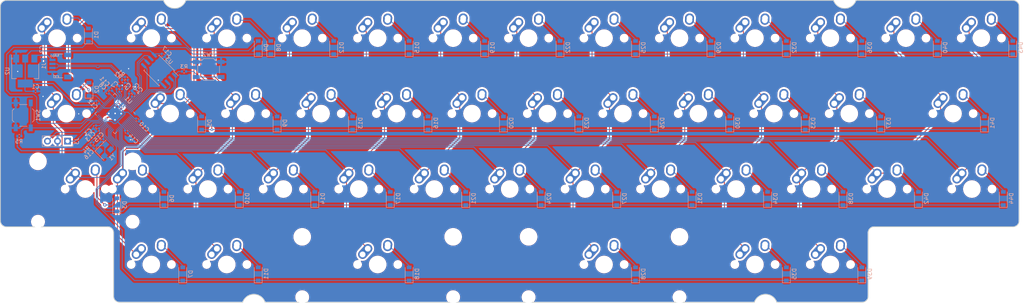
<source format=kicad_pcb>
(kicad_pcb (version 20221018) (generator pcbnew)
  (layers (0 "F.Cu" signal) (31 "B.Cu" signal) (34 "B.Paste" user) (35 "F.Paste" user) (36 "B.SilkS" user "B.Silkscreen") (37 "F.SilkS" user "F.Silkscreen") (38 "B.Mask" user) (39 "F.Mask" user) (44 "Edge.Cuts" user))
  (net 0 "")
  (net 1 "GND")
  (net 2 "+3.3V")
  (net 3 "VCOM")
  (net 4 "+1V1")
  (net 5 "Net-(,1-ROW)")
  (net 6 "/XIN")
  (net 7 "Net-(C16-Pad2)")
  (net 8 "ROW0")
  (net 9 "Net-(.1-ROW)")
  (net 10 "ROW1")
  (net 11 "Net-(/1-ROW)")
  (net 12 "ROW2")
  (net 13 "Net-(;1-ROW)")
  (net 14 "Net-(<>1-ROW)")
  (net 15 "Net-(A1-ROW)")
  (net 16 "Net-(B1-ROW)")
  (net 17 "ROW3")
  (net 19 "Net-(C18-ROW)")
  (net 20 "Net-(CTRL1-ROW)")
  (net 21 "Net-(D1-A)")
  (net 22 "Net-(D3-A)")
  (net 23 "Net-(D4-A)")
  (net 24 "Net-(D7-A)")
  (net 25 "Net-(D8-A)")
  (net 26 "Net-(D9-A)")
  (net 27 "Net-(D10-A)")
  (net 28 "Net-(D11-A)")
  (net 29 "Net-(D12-A)")
  (net 30 "Net-(D13-A)")
  (net 31 "Net-(D14-A)")
  (net 32 "Net-(D15-A)")
  (net 33 "Net-(D16-A)")
  (net 34 "Net-(D18-A)")
  (net 35 "Net-(D19-A)")
  (net 36 "Net-(D20-A)")
  (net 37 "Net-(D21-A)")
  (net 38 "Net-(D22-A)")
  (net 39 "Net-(D23-A)")
  (net 40 "Net-(D25-A)")
  (net 41 "Net-(D26-A)")
  (net 42 "Net-(D27-A)")
  (net 43 "Net-(D28-A)")
  (net 44 "Net-(D29-A)")
  (net 45 "Net-(D30-A)")
  (net 46 "Net-(D31-A)")
  (net 47 "Net-(D32-A)")
  (net 48 "Net-(D33-A)")
  (net 49 "Net-(D35-A)")
  (net 50 "Net-(D36-A)")
  (net 51 "Net-(D39-A)")
  (net 52 "Net-(D40-A)")
  (net 53 "Net-(D41-A)")
  (net 54 "Net-(D43-A)")
  (net 55 "Net-(D44-A)")
  (net 56 "/USB_D+")
  (net 57 "/USB_D-")
  (net 58 "/~{USB_BOOT}")
  (net 59 "/SWCLK")
  (net 60 "/SWD")
  (net 61 "COL0")
  (net 62 "COL1")
  (net 63 "COL2")
  (net 64 "COL3")
  (net 65 "COL4")
  (net 66 "COL5")
  (net 67 "COL6")
  (net 68 "COL7")
  (net 69 "COL8")
  (net 70 "COL9")
  (net 71 "COL10")
  (net 72 "COL11")
  (net 73 "COL12")
  (net 74 "/USB2+")
  (net 75 "/USB2-")
  (net 76 "/QSPI_SS")
  (net 77 "/XOUT")
  (net 78 "/RUN")
  (net 85 "/QSPI_SD3")
  (net 86 "/QSPI_CLK")
  (net 87 "/QSPI_SD0")
  (net 88 "/QSPI_SD2")
  (net 89 "/QSPI_SD1")
  (footprint "ddkb:MX-1U-NoLED" (layer "F.Cu") (at 211.93125 122.2375)
    (fp_text reference "RGUI1")
    (fp_text value "MX-NoLED")
  )
  (footprint "ddkb:MX-1U-NoLED" (layer "F.Cu") (at 197.64375 84.1375)
    (fp_text reference "K1")
    (fp_text value "MX-NoLED")
  )
  (footprint "ddkb:MX-1U-NoLED" (layer "F.Cu") (at 207.16875 103.1875)
    (fp_text reference ",1")
    (fp_text value "MX-NoLED")
  )
  (footprint "ddkb:MX-1U-NoLED" (layer "F.Cu") (at 54.76875 103.1875)
    (fp_text reference "<>1")
    (fp_text value "MX-NoLED")
  )
  (footprint "ddkb:MX-1U-NoLED" (layer "F.Cu") (at 111.91875 103.1875)
    (fp_text reference "C18")
    (fp_text value "MX-NoLED")
  )
  (footprint "ddkb:MX-1U-NoLED" (layer "F.Cu") (at 235.74375 84.1375)
    (fp_text reference ";1")
    (fp_text value "MX-NoLED")
  )
  (footprint "ddkb:MX-1U-NoLED" (layer "F.Cu") (at 102.39375 84.1375)
    (fp_text reference "D45")
    (fp_text value "MX-NoLED")
  )
  (footprint "ddkb:MX-1U-NoLED" (layer "F.Cu") (at 150.01875 103.1875)
    (fp_text reference "B1")
    (fp_text value "MX-NoLED")
  )
  (footprint "ddkb:MX-1U-NoLED" (layer "F.Cu") (at 211.93125 65.0875)
    (fp_text reference "O1")
    (fp_text value "MX-NoLED")
  )
  (footprint "ddkb:MX-1U-NoLED" (layer "F.Cu") (at 169.06875 103.1875)
    (fp_text reference "N1")
    (fp_text value "MX-NoLED")
  )
  (footprint "ddkb:MX-1U-NoLED" (layer "F.Cu") (at 97.63125 65.0875)
    (fp_text reference "E1")
    (fp_text value "MX-NoLED")
  )
  (footprint "ddkb:MX-1U-NoLED" (layer "F.Cu") (at 140.49375 84.1375)
    (fp_text reference "G1")
    (fp_text value "MX-NoLED")
  )
  (footprint "ddkb:MX-1U-NoLED" (layer "F.Cu") (at 250.03125 65.0875)
    (fp_text reference "[1")
    (fp_text value "MX-NoLED")
  )
  (footprint "ddkb:MX-1U-NoLED" (layer "F.Cu") (at 121.44375 84.1375)
    (fp_text reference "F1")
    (fp_text value "MX-NoLED")
  )
  (footprint "ddkb:MX-1.5U-NoLED" (layer "F.Cu") (at 35.71875 65.0875)
    (fp_text reference "Tab1")
    (fp_text value "MX-NoLED")
  )
  (footprint "ddkb:MX-1U-NoLED" (layer "F.Cu") (at 192.88125 65.0875)
    (fp_text reference "I1")
    (fp_text value "MX-NoLED")
  )
  (footprint "ddkb:MX-1U-NoLED" (layer "F.Cu") (at 154.78125 65.0875)
    (fp_text reference "Y2")
    (fp_text value "MX-NoLED")
  )
  (footprint "ddkb:MX-1U-NoLED" (layer "F.Cu") (at 73.81875 103.1875)
    (fp_text reference "Z1")
    (fp_text value "MX-NoLED")
  )
  (footprint "ddkb:MX-1U-NoLED" (layer "F.Cu") (at 159.54375 84.1375)
    (fp_text reference "H1")
    (fp_text value "MX-NoLED")
  )
  (footprint "ddkb:MX-1U-NoLED" (layer "F.Cu") (at 173.83125 65.0875)
    (fp_text reference "U4")
    (fp_text value "MX-NoLED")
  )
  (footprint "ddkb:MX-1U-NoLED" (layer "F.Cu") (at 130.96875 103.1875)
    (fp_text reference "V1")
    (fp_text value "MX-NoLED")
  )
  (footprint "ddkb:MX-1U-NoLED" (layer "F.Cu") (at 83.34375 84.1375)
    (fp_text reference "S1")
    (fp_text value "MX-NoLED")
  )
  (footprint "ddkb:MX-1U-NoLED" (layer "F.Cu") (at 116.68125 65.0875)
    (fp_text reference "R6")
    (fp_text value "MX-NoLED")
  )
  (footprint "ddkb:MX-1U-NoLED" (layer "F.Cu") (at 59.53125 65.0875)
    (fp_text reference "Q1")
    (fp_text value "MX-NoLED")
  )
  (footprint "ddkb:MX-1U-NoLED" (layer "F.Cu") (at 188.11875 103.1875)
    (fp_text reference "M1")
    (fp_text value "MX-NoLED")
  )
  (footprint "ddkb:MX-2.25U-NoLED" (layer "F.Cu") (at 42.8625 103.1875)
    (fp_text reference "LSHIFT1")
    (fp_text value "MX-NoLED")
  )
  (footprint "ddkb:MX-1U-NoLED" (layer "F.Cu") (at 269.08125 65.0875)
    (fp_text reference "]1")
    (fp_text value "MX-NoLED")
  )
  (footprint "ddkb:MX-1U-NoLED" (layer "F.Cu") (at 230.98125 65.0875)
    (fp_text reference "P1")
    (fp_text value "MX-NoLED")
  )
  (footprint "ddkb:MX-1.25U-NoLED" (layer "F.Cu") (at 266.7 103.1875)
    (fp_text reference "RSHIFT1")
    (fp_text value "MX-NoLED")
  )
  (footprint "ddkb:MX-1U-NoLED" (layer "F.Cu") (at 78.58125 122.2375)
    (fp_text reference "LGUI1")
    (fp_text value "MX-NoLED")
  )
  (footprint "ddkb:MX-1U-NoLED" (layer "F.Cu") (at 78.58125 65.0875)
    (fp_text reference "W1")
    (fp_text value "MX-NoLED")
  )
  (footprint "ddkb:MX-3U-NoLED" (layer "F.Cu") (at 173.83125 122.2375)
    (fp_text reference "RSPACE1")
    (fp_text value "MX-NoLED")
  )
  (footprint "ddkb:MX-1U-NoLED" (layer "F.Cu") (at 245.26875 103.1875)
    (fp_text reference "/1")
    (fp_text value "MX-NoLED")
  )
  (footprint "ddkb:MX-1U-NoLED" (layer "F.Cu") (at 178.59375 84.1375)
    (fp_text reference "J4")
    (fp_text value "MX-NoLED")
  )
  (footprint "ddkb:MX-1.75U-NoLED" (layer "F.Cu") (at 261.9375 84.1375)
    (fp_text reference "ENTER1")
    (fp_text value "MX-NoLED")
  )
  (footprint "ddkb:MX-1U-NoLED" (layer "F.Cu") (at 230.98125 122.2375)
    (fp_text reference "RALT1")
    (fp_text value "MX-NoLED")
  )
  (footprint "ddkb:MX-1U-NoLED" (layer "F.Cu") (at 226.21875 103.1875)
    (fp_text reference ".1")
    (fp_text value "MX-NoLED")
  )
  (footprint "ddkb:MX-1U-NoLED" (layer "F.Cu") (at 135.73125 65.0875)
    (fp_text reference "T1")
    (fp_text value "MX-NoLED")
  )
  (footprint "ddkb:MX-3U-NoLED" (layer "F.Cu") (at 116.68125 122.2375)
    (fp_text reference "LSPACE1")
    (fp_text value "MX-NoLED")
  )
  (footprint "ddkb:MX-1U-NoLED" (layer "F.Cu") (at 216.69375 84.1375)
    (fp_text reference "L1")
    (fp_text value "MX-NoLED")
  )
  (footprint "ddkb:MX-1.75U-NoLED" (layer "F.Cu") (at 38.1 84.1375)
    (fp_text reference "CTRL1")
    (fp_text value "MX-NoLED")
  )
  (footprint "ddkb:MX-1U-NoLED" (layer "F.Cu") (at 64.29375 84.1375)
    (fp_text reference "A1")
    (fp_text value "MX-NoLED")
  )
  (footprint "ddkb:MX-1U-NoLED" (layer "F.Cu") (at 59.53125 122.2375)
    (fp_text reference "LALT1")
    (fp_text value "MX-NoLED")
  )
  (footprint "ddkb:MX-1U-NoLED" (layer "F.Cu") (at 92.86875 103.1875)
    (fp_text reference "X1")
    (fp_text value "MX-NoLED")
  )
  (footprint "Diode_SMD:D_SOD-123" (layer "B.Cu") (at 196.05625 105.56875 90)
    (fp_text reference "D31")
    (fp_text value "SOD-123")
  )
  (footprint "Capacitor_SMD:C_0402_1005Metric" (layer "B.Cu") (at 48.5 78.75 135)
    (fp_text reference "C8")
    (fp_text value "100n")
  )
  (footprint "Capacitor_SMD:C_0402_1005Metric" (layer "B.Cu") (at 31.9 69.9 90)
    (fp_text reference "C2")
    (fp_text value "10u")
  )
  (footprint "Diode_SMD:D_SOD-123" (layer "B.Cu") (at 100.80625 105.56875 90)
    (fp_text reference "D14")
    (fp_text value "SOD-123")
  )
  (footprint "Resistor_SMD:R_0402_1005Metric" (layer "B.Cu") (at 53.25 75.25 -45)
    (fp_text reference "R1")
    (fp_text value "27.4")
  )
  (footprint "Diode_SMD:D_SOD-123" (layer "B.Cu") (at 243.68125 86.51875 90)
    (fp_text reference "D37")
    (fp_text value "SOD-123")
  )
  (footprint "Diode_SMD:D_SOD-123" (layer "B.Cu") (at 43.65625 64.29375 90)
    (fp_text reference "D1")
    (fp_text value "SOD-123")
  )
  (footprint "Diode_SMD:D_SOD-123" (layer "B.Cu") (at 91.28125 86.51875 90)
    (fp_text reference "D9")
    (fp_text value "SOD-123")
  )
  (footprint "Diode_SMD:D_SOD-123" (layer "B.Cu") (at 138.90625 105.56875 90)
    (fp_text reference "D21")
    (fp_text value "SOD-123")
  )
  (footprint "Diode_SMD:D_SOD-123" (layer "B.Cu") (at 119.85625 105.56875 90)
    (fp_text reference "D17")
    (fp_text value "SOD-123")
  )
  (footprint "Diode_SMD:D_SOD-123" (layer "B.Cu") (at 157.95625 105.56875 90)
    (fp_text reference "D24")
    (fp_text value "SOD-123")
  )
  (footprint "Diode_SMD:D_SOD-123" (layer "B.Cu") (at 124.61875 67.46875 90)
    (fp_text reference "D15")
    (fp_text value "SOD-123")
  )
  (footprint "Capacitor_SMD:C_0402_1005Metric" (layer "B.Cu") (at 54.25 78.75 45)
    (fp_text reference "C6")
    (fp_text value "100n")
  )
  (footprint "Capacitor_SMD:C_0402_1005Metric" (layer "B.Cu") (at 30.3 78.5 180)
    (fp_text reference "C1")
    (fp_text value "10u")
  )
  (footprint "Diode_SMD:D_SOD-123" (layer "B.Cu") (at 62.70625 105.56875 90)
    (fp_text reference "D6")
    (fp_text value "SOD-123")
  )
  (footprint "Capacitor_SMD:C_0402_1005Metric" (layer "B.Cu") (at 46 88.25 -135)
    (fp_text reference "C13")
    (fp_text value "100n")
  )
  (footprint "Capacitor_SMD:C_0402_1005Metric" (layer "B.Cu") (at 46 81.25 135)
    (fp_text reference "C12")
    (fp_text value "100n")
  )
  (footprint "Diode_SMD:D_SOD-123" (layer "B.Cu") (at 89.69375 67.46875 90)
    (fp_text reference "D8")
    (fp_text value "SOD-123")
  )
  (footprint "Capacitor_SMD:C_0402_1005Metric" (layer "B.Cu") (at 51.8 78.3 45)
    (fp_text reference "C5")
    (fp_text value "1u")
  )
  (footprint "Diode_SMD:D_SOD-123" (layer "B.Cu") (at 143.66875 67.46875 90)
    (fp_text reference "D19")
    (fp_text value "SOD-123")
  )
  (footprint "Capacitor_SMD:C_0402_1005Metric" (layer "B.Cu") (at 62.5 69.4 -45)
    (fp_text reference "C17")
    (fp_text value "100n")
  )
  (footprint "Diode_SMD:D_SOD-123" (layer "B.Cu") (at 219.86875 124.61875 90)
    (fp_text reference "D35")
    (fp_text value "SOD-123")
  )
  (footprint "Diode_SMD:D_SOD-123" (layer "B.Cu") (at 205.58125 86.51875 90)
    (fp_text reference "D30")
    (fp_text value "SOD-123")
  )
  (footprint "Diode_SMD:D_SOD-123" (layer "B.Cu") (at 257.96875 67.46875 90)
    (fp_text reference "D40")
    (fp_text value "SOD-123")
  )
  (footprint "Diode_SMD:D_SOD-123" (layer "B.Cu") (at 186.53125 86.51875 90)
    (fp_text reference "D26")
    (fp_text value "SOD-123")
  )
  (footprint "Package_TO_SOT_SMD:SOT-223-3_TabPin2" (layer "B.Cu") (at 27.7 73.4 -90)
    (fp_text reference "U2")
    (fp_text value "NCP1117-3.3_SOT223")
  )
  (footprint "Capacitor_SMD:C_0402_1005Metric" (layer "B.Cu") (at 47.086629 90.939411 45)
    (fp_text reference "C15")
    (fp_text value "27p")
  )
  (footprint "Diode_SMD:D_SOD-123" (layer "B.Cu") (at 274.6375 105.56875 90)
    (fp_text reference "D44")
    (fp_text value "SOD-123")
  )
  (footprint "Diode_SMD:D_SOD-123" (layer "B.Cu") (at 86.51875 124.61875 90)
    (fp_text reference "D11")
    (fp_text value "SOD-123")
  )
  (footprint "Capacitor_SMD:C_0402_1005Metric" (layer "B.Cu") (at 56 85.75 -45)
    (fp_text reference "C10")
    (fp_text value "100n")
  )
  (footprint "Diode_SMD:D_SOD-123" (layer "B.Cu") (at 181.76875 124.61875 90)
    (fp_text reference "D28")
    (fp_text value "SOD-123")
  )
  (footprint "Connector_PinHeader_2.54mm:PinHeader_1x03_P2.54mm_Vertical" (layer "B.Cu") (at 38.4 91.1 90)
    (fp_text reference "J3")
    (fp_text value "Conn_01x03")
  )
  (footprint "Diode_SMD:D_SOD-123" (layer "B.Cu") (at 277.01875 67.46875 90)
    (fp_text reference "D43")
    (fp_text value "SOD-123")
  )
  (footprint "Diode_SMD:D_SOD-123" (layer "B.Cu") (at 238.91875 67.46875 90)
    (fp_text reference "D36")
    (fp_text value "SOD-123")
  )
  (footprint "Diode_SMD:D_SOD-123" (layer "B.Cu") (at 181.76875 67.46875 90)
    (fp_text reference "D25")
    (fp_text value "SOD-123")
  )
  (footprint "Diode_SMD:D_SOD-123" (layer "B.Cu") (at 269.875 86.51875 90)
    (fp_text reference "D41")
    (fp_text value "SOD-123")
  )
  (footprint "Diode_SMD:D_SOD-123" (layer "B.Cu") (at 162.71875 67.46875 90)
    (fp_text reference "D22")
    (fp_text value "SOD-123")
  )
  (footprint "ddkb:JST_SH_SM04B-SRSS-TB_04x1.00mm_Angled" (layer "B.Cu") (at 36.5 72.1 -90)
    (fp_text reference "J1")
    (fp_text value "Conn_01x04")
  )
  (footprint "Capacitor_SMD:C_0402_1005Metric" (layer "B.Cu") (at 45.25 87.5 -135)
    (fp_text reference "C3")
    (fp_text value "100n")
  )
  (footprint "Resistor_SMD:R_0402_1005Metric" (layer "B.Cu") (at 52.5 76 -45)
    (fp_text reference "R2")
    (fp_text value "27.4")
  )
  (footprint "Capacitor_SMD:C_0402_1005Metric" (layer "B.Cu") (at 45.361629 92.589411 -135)
    (fp_text reference "C16")
    (fp_text value "27p")
  )
  (footprint "Diode_SMD:D_SOD-123" (layer "B.Cu") (at 124.61875 124.61875 90)
    (fp_text reference "D18")
    (fp_text value "SOD-123")
  )
  (footprint "Capacitor_SMD:C_0402_1005Metric" (layer "B.Cu") (at 51.1 77.6 45)
    (fp_text reference "C7")
    (fp_text value "1u")
  )
  (footprint "Diode_SMD:D_SOD-123" (layer "B.Cu") (at 67.46875 124.61875 90)
    (fp_text reference "D7")
    (fp_text value "SOD-123")
  )
  (footprint "Button_Switch_SMD:SW_SPST_TL3342" (layer "B.Cu") (at 74 73 180)
    (fp_text reference "SW2")
    (fp_text value "SW_Push")
  )
  (footprint "Diode_SMD:D_SOD-123" (layer "B.Cu") (at 148.43125 86.51875 90)
    (fp_text reference "D20")
    (fp_text value "SOD-123")
  )
  (footprint "Diode_SMD:D_SOD-123" (layer "B.Cu") (at 253.20625 105.56875 90)
    (fp_text reference "D42")
    (fp_text value "SOD-123")
  )
  (footprint "Capacitor_SMD:C_0402_1005Metric" (layer "B.Cu") (at 55 79.5 45)
    (fp_text reference "C4")
    (fp_text value "100n")
  )
  (footprint "Resistor_SMD:R_0402_1005Metric" (layer "B.Cu") (at 26.2 89.8)
    (fp_text reference "R5")
    (fp_text value "R_Small")
  )
  (footprint "Diode_SMD:D_SOD-123" (layer "B.Cu") (at 234.15625 105.56875 90)
    (fp_text reference "D38")
    (fp_text value "SOD-123")
  )
  (footprint "Capacitor_SMD:C_0402_1005Metric" (layer "B.Cu") (at 49.25 78 135)
    (fp_text reference "C11")
    (fp_text value "100n")
  )
  (footprint "Diode_SMD:D_SOD-123" (layer "B.Cu") (at 110.33125 86.51875 90)
    (fp_text reference "D13")
    (fp_text value "SOD-123")
  )
  (footprint "Button_Switch_SMD:SW_SPST_TL3342" (layer "B.Cu") (at 27.2 84.6 90)
    (fp_text reference "SW1")
    (fp_text value "SW_Push")
  )
  (footprint "Crystal:Crystal_SMD_3225-4Pin_3.2x2.5mm" (layer "B.Cu") (at 47.861629 93.389411 45)
    (fp_text reference "Y1")
    (fp_text value "YSX321SL")
  )
  (footprint "Package_DFN_QFN:QFN-56-1EP_7x7mm_P0.4mm_EP3.2x3.2mm" (layer "B.Cu") (at 50.343871 84.1375 135)
    (fp_text reference "U1")
    (fp_text value "RP2040")
  )
  (footprint "Diode_SMD:D_SOD-123" (layer "B.Cu") (at 129.38125 86.51875 90)
    (fp_text reference "D16")
    (fp_text value "SOD-123")
  )
  (footprint "Diode_SMD:D_SOD-123" (layer "B.Cu") (at 224.63125 86.51875 90)
    (fp_text reference "D33")
    (fp_text value "SOD-123")
  )
  (footprint "Diode_SMD:D_SOD-123" (layer "B.Cu") (at 177.00625 105.56875 90)
    (fp_text reference "D27")
    (fp_text value "SOD-123")
  )
  (footprint "Package_SO:SOIC-8_5.23x5.23mm_P1.27mm" (layer "B.Cu") (at 61.5 73.25 135)
    (fp_text reference "U3")
    (fp_text value "W25Q128JVS")
  )
  (footprint "Diode_SMD:D_SOD-123" (layer "B.Cu") (at 167.48125 86.51875 90)
    (fp_text reference "D23")
    (fp_text value "SOD-123")
  )
  (footprint "Diode_SMD:D_SOD-123" (layer "B.Cu") (at 215.10625 105.56875 90)
    (fp_text reference "D34")
    (fp_text value "SOD-123")
  )
  (footprint "Diode_SMD:D_SOD-123" (layer "B.Cu") (at 219.86875 67.46875 90)
    (fp_text reference "D32")
    (fp_text value "SOD-123")
  )
  (footprint "Diode_SMD:D_SOD-123" (layer "B.Cu") (at 50.8 107.15625 90)
    (fp_text reference "D3")
    (fp_text value "SOD-123")
  )
  (footprint "Capacitor_SMD:C_0402_1005Metric" (layer "B.Cu") (at 53.25 88.75 -45)
    (fp_text reference "C14")
    (fp_text value "100n")
  )
  (footprint "Diode_SMD:D_SOD-123" (layer "B.Cu") (at 238.91875 124.61875 90)
    (fp_text reference "D39")
    (fp_text value "SOD-123")
  )
  (footprint "Diode_SMD:D_SOD-123" (layer "B.Cu") (at 200.81875 67.46875 90)
    (fp_text reference "D29")
    (fp_text value "SOD-123")
  )
  (footprint "Resistor_SMD:R_0402_1005Metric" (layer "B.Cu") (at 44.561629 91.789411 45)
    (fp_text reference "R4")
    (fp_text value "1k")
  )
  (footprint "Diode_SMD:D_SOD-123" (layer "B.Cu") (at 81.75625 105.56875 90)
    (fp_text reference "D10")
    (fp_text value "SOD-123")
  )
  (footprint "Diode_SMD:D_SOD-123" (layer "B.Cu") (at 43.8 78 90)
    (fp_text reference "D2")
    (fp_text value "SOD-123")
  )
  (footprint "Diode_SMD:D_SOD-123" (layer "B.Cu") (at 72.23125 86.51875 90)
    (fp_text reference "D5")
    (fp_text value "SOD-123")
  )
  (footprint "Diode_SMD:D_SOD-123" (layer "B.Cu") (at 86.51875 67.46875 90)
    (fp_text reference "D4")
    (fp_text value "SOD-123")
  )
  (footprint "Resistor_SMD:R_0402_1005Metric" (layer "B.Cu") (at 67.8 73.5 180)
    (fp_text reference "R3")
    (fp_text value "1k")
  )
  (footprint "Diode_SMD:D_SOD-123" (layer "B.Cu") (at 105.56875 67.46875 90)
    (fp_text reference "D12")
    (fp_text value "SOD-123")
  )
  (gr_arc (start 82.60344 131.760052) (mid 85.433596 129.762502) (end 88.260291 131.764946) (stroke (width 0.2)) (layer "Edge.Cuts"))
  (gr_line (start 242.006 112.7125) (end 277.106 112.7125) (stroke (width 0.2)) (layer "Edge.Cuts"))
  (gr_line (start 278.606 111.2125) (end 278.606 57.0625) (stroke (width 0.2)) (layer "Edge.Cuts"))
  (gr_arc (start 278.606 111.2125) (mid 278.16666 112.27316) (end 277.106 112.7125) (stroke (width 0.2)) (layer "Edge.Cuts"))
  (gr_arc (start 21.431 57.0625) (mid 21.87034 56.00184) (end 22.931 55.5625) (stroke (width 0.2)) (layer "Edge.Cuts"))
  (gr_arc (start 68.259427 55.5625) (mid 65.431 57.5625) (end 62.602573 55.5625) (stroke (width 0.2)) (layer "Edge.Cuts"))
  (gr_arc (start 237.434427 55.5625) (mid 234.606 57.5625) (end 231.777573 55.5625) (stroke (width 0.2)) (layer "Edge.Cuts"))
  (gr_line (start 21.431 57.0625) (end 21.431 111.2125) (stroke (width 0.2)) (layer "Edge.Cuts"))
  (gr_arc (start 240.506 130.2625) (mid 240.06666 131.32316) (end 239.006 131.7625) (stroke (width 0.2)) (layer "Edge.Cuts"))
  (gr_line (start 211.77732 131.763214) (end 88.260291 131.764946) (stroke (width 0.2)) (layer "Edge.Cuts"))
  (gr_line (start 82.60344 131.760052) (end 51.506 131.7625) (stroke (width 0.2)) (layer "Edge.Cuts"))
  (gr_line (start 22.931 55.5625) (end 62.602573 55.5625) (stroke (width 0.2)) (layer "Edge.Cuts"))
  (gr_arc (start 22.931 112.7125) (mid 21.87034 112.27316) (end 21.431 111.2125) (stroke (width 0.2)) (layer "Edge.Cuts"))
  (gr_arc (start 51.506 131.7625) (mid 50.44534 131.32316) (end 50.006 130.2625) (stroke (width 0.2)) (layer "Edge.Cuts"))
  (gr_arc (start 277.106 55.5625) (mid 278.16666 56.00184) (end 278.606 57.0625) (stroke (width 0.2)) (layer "Edge.Cuts"))
  (gr_line (start 240.506 130.2625) (end 240.506 114.2125) (stroke (width 0.2)) (layer "Edge.Cuts"))
  (gr_line (start 22.931 112.7125) (end 48.506 112.7125) (stroke (width 0.2)) (layer "Edge.Cuts"))
  (gr_arc (start 240.506 114.2125) (mid 240.94534 113.15184) (end 242.006 112.7125) (stroke (width 0.2)) (layer "Edge.Cuts"))
  (gr_arc (start 48.506 112.7125) (mid 49.56666 113.15184) (end 50.006 114.2125) (stroke (width 0.2)) (layer "Edge.Cuts"))
  (gr_line (start 68.259427 55.5625) (end 231.777573 55.5625) (stroke (width 0.2)) (layer "Edge.Cuts"))
  (gr_line (start 50.006 114.2125) (end 50.006 130.2625) (stroke (width 0.2)) (layer "Edge.Cuts"))
  (gr_line (start 239.006 131.7625) (end 217.434427 131.7625) (stroke (width 0.2)) (layer "Edge.Cuts"))
  (gr_line (start 237.434427 55.5625) (end 277.106 55.5625) (stroke (width 0.2)) (layer "Edge.Cuts"))
  (gr_arc (start 211.77732 131.763214) (mid 214.605621 129.7625) (end 217.434427 131.7625) (stroke (width 0.2)) (layer "Edge.Cuts"))
  (via (at 44.6 83.2) (size 0.6) (drill 0.3) (layers "F.Cu" "B.Cu") (net 1))
  (via (at 50.4 84.1) (size 0.8) (drill 0.4) (layers "F.Cu" "B.Cu") (net 1))
  (via (at 48.8 84.1) (size 0.8) (drill 0.4) (layers "F.Cu" "B.Cu") (net 1))
  (via (at 41.2 84.2) (size 0.6) (drill 0.3) (layers "F.Cu" "B.Cu") (net 1))
  (via (at 54.25 90.75) (size 0.6) (drill 0.3) (layers "F.Cu" "B.Cu") (net 1))
  (via (at 51.9 84.15) (size 0.8) (drill 0.4) (layers "F.Cu" "B.Cu") (net 1))
  (via (at 43 89.6) (size 0.6) (drill 0.3) (layers "F.Cu" "B.Cu") (net 1))
  (via (at 61.3 75.7) (size 0.6) (drill 0.3) (layers "F.Cu" "B.Cu") (net 1))
  (via (at 55.5 77.3) (size 0.6) (drill 0.3) (layers "F.Cu" "B.Cu") (net 1))
  (via (at 25.8 73.5) (size 0.6) (drill 0.3) (layers "F.Cu" "B.Cu") (net 1))
  (via (at 50.35 85.7) (size 0.8) (drill 0.4) (layers "F.Cu" "B.Cu") (net 1))
  (via (at 52.2 77) (size 0.6) (drill 0.3) (layers "F.Cu" "B.Cu") (net 1))
  (via (at 50.3 82.6) (size 0.8) (drill 0.4) (layers "F.Cu" "B.Cu") (net 1))
  (via (at 53.8 72.8) (size 0.6) (drill 0.3) (layers "F.Cu" "B.Cu") (net 1))
  (via (at 32.2 79.8) (size 0.6) (drill 0.3) (layers "F.Cu" "B.Cu") (net 1))
  (via (at 44.25 81) (size 0.6) (drill 0.3) (layers "F.Cu" "B.Cu") (net 1))
  (segment (start 62.698546 77.098546) (end 61.3 75.7) (width 0.254) (layer "B.Cu") (net 1))
  (segment (start 45.70104 92.25) (end 47.798959 92.25) (width 0.254) (layer "B.Cu") (net 1))
  (segment (start 45.660589 80.910589) (end 45.571178 81) (width 0.254) (layer "B.Cu") (net 1))
  (segment (start 50.74404 93.25596) (end 48.75 95.25) (width 0.2) (layer "B.Cu") (net 1))
  (segment (start 48.75 95.25) (end 48.166583 95.25) (width 0.2) (layer "B.Cu") (net 1))
  (segment (start 44.65 89.6) (end 43 89.6) (width 0.254) (layer "B.Cu") (net 1))
  (segment (start 47.791629 92.25733) (end 47.791629 94.661492) (width 0.254) (layer "B.Cu") (net 1))
  (segment (start 44.910589 87.839411) (end 43.15 89.6) (width 0.254) (layer "B.Cu") (net 1))
  (segment (start 45.571178 81) (end 44.25 81) (width 0.254) (layer "B.Cu") (net 1))
  (segment (start 47.77534 88.120244) (end 47.77534 89.53726) (width 0.2) (layer "B.Cu") (net 1))
  (segment (start 48.620298 87.275286) (end 47.77534 88.120244) (width 0.2) (layer "B.Cu") (net 1))
  (segment (start 45.70104 92.25) (end 46.672218 91.278822) (width 0.254) (layer "B.Cu") (net 1))
  (segment (start 47.63 95.272081) (end 47.523223 95.378858) (width 0.2) (layer "B.Cu") (net 1))
  (segment (start 43.15 89.6) (end 43 89.6) (width 0.254) (layer "B.Cu") (net 1))
  (segment (start 54.25 89.75) (end 54.25 90.75) (width 0.254) (layer "B.Cu") (net 1))
  (segment (start 52.139411 77.960589) (end 52.2 77.9) (width 0.254) (layer "B.Cu") (net 1))
  (segment (start 51.7 77) (end 51.439411 77.260589) (width 0.254) (layer "B.Cu") (net 1))
  (segment (start 52.2 77) (end 51.7 77) (width 0.254) (layer "B.Cu") (net 1))
  (segment (start 48.166583 95.25) (end 47.684852 94.768269) (width 0.2) (layer "B.Cu") (net 1))
  (segment (start 55.139411 79.060589) (end 55.4 78.8) (width 0.254) (layer "B.Cu") (net 1))
  (segment (start 47.306675 91.278822) (end 48.038406 92.010553) (width 0.254) (layer "B.Cu") (net 1))
  (segment (start 46.747218 91.278822) (end 47.306675 91.278822) (width 0.254) (layer "B.Cu") (net 1))
  (segment (start 50.74404 92.50596) (end 50.74404 93.25596) (width 0.2) (layer "B.Cu") (net 1))
  (segment (start 45.660589 88.589411) (end 44.65 89.6) (width 0.254) (layer "B.Cu") (net 1))
  (segment (start 55.5 77.3) (end 55.4 77.4) (width 0.254) (layer "B.Cu") (net 1))
  (segment (start 53.589411 89.089411) (end 54.25 89.75) (width 0.254) (layer "B.Cu") (net 1))
  (segment (start 62.698546 77.142623) (end 62.698546 77.098546) (width 0.254) (layer "B.Cu") (net 1))
  (segment (start 52.2 77.9) (end 52.2 77) (width 0.254) (layer "B.Cu") (net 1))
  (segment (start 47.77534 89.53726) (end 50.74404 92.50596) (width 0.2) (layer "B.Cu") (net 1))
  (segment (start 54.539411 78.260589) (end 55.4 77.4) (width 0.254) (layer "B.Cu") (net 1))
  (segment (start 52.633129 81.565399) (end 53.198528 81) (width 0.254) (layer "B.Cu") (net 2))
  (segment (start 60.598242 69.060589) (end 62.160589 69.060589) (width 0.2) (layer "B.Cu") (net 2))
  (segment (start 29.2 68.3) (end 59.244077 68.3) (width 0.254) (layer "B.Cu") (net 2))
  (segment (start 59.244077 68.3) (end 60.301454 69.357377) (width 0.254) (layer "B.Cu") (net 2))
  (segment (start 51.6 79.770102) (end 51.6 79.6) (width 0.254) (layer "B.Cu") (net 2))
  (segment (start 52.451126 81.565399) (end 51.55 82.466525) (width 0.254) (layer "B.Cu") (net 2))
  (segment (start 60.301454 69.357377) (end 60.598242 69.060589) (width 0.2) (layer "B.Cu") (net 2))
  (segment (start 50.760589 78.760589) (end 50.760589 77.939411) (width 0.254) (layer "B.Cu") (net 2))
  (segment (start 51.2 86) (end 52.860613 84.339387) (width 0.254) (layer "B.Cu") (net 2))
  (segment (start 51.6 79.6) (end 50.760589 78.760589) (width 0.254) (layer "B.Cu") (net 2))
  (segment (start 27.7 70.25) (end 27.7 69.8) (width 0.254) (layer "B.Cu") (net 2))
  (segment (start 45.928822 82) (end 40.2 82) (width 0.254) (layer "B.Cu") (net 2))
  (segment (start 52.860613 83.960613) (end 52.7 83.8) (width 0.254) (layer "B.Cu") (net 2))
  (segment (start 46.339411 87.910589) (end 46.5 88.071178) (width 0.254) (layer "B.Cu") (net 2))
  (segment (start 52.7 83.8) (end 53.683326 83.8) (width 0.254) (layer "B.Cu") (net 2))
  (segment (start 40.2 82) (end 34.75 76.55) (width 0.254) (layer "B.Cu") (net 2))
  (segment (start 51.2 86.407842) (end 51.2 86.4) (width 0.254) (layer "B.Cu") (net 2))
  (segment (start 42 93.5) (end 26.7 93.5) (width 0.254) (layer "B.Cu") (net 2))
  (segment (start 53.910589 79.722253) (end 53.910589 79.089411) (width 0.254) (layer "B.Cu") (net 2))
  (segment (start 51.2 86.4) (end 51 86.2) (width 0.254) (layer "B.Cu") (net 2))
  (segment (start 51 86.2) (end 51.2 86) (width 0.254) (layer "B.Cu") (net 2))
  (segment (start 48.972737 79.089411) (end 48.839411 79.089411) (width 0.254) (layer "B.Cu") (net 2))
  (segment (start 49.751669 79.868343) (end 48.972737 79.089411) (width 0.254) (layer "B.Cu") (net 2))
  (segment (start 25.69 92.49) (end 25.69 89.8) (width 0.254) (layer "B.Cu") (net 2))
  (segment (start 27.7 76.55) (end 27.7 70.25) (width 0.254) (layer "B.Cu") (net 2))
  (segment (start 47.206085 82.413927) (end 46.452747 81.660589) (width 0.2) (layer "B.Cu") (net 2))
  (segment (start 27.63 78.35) (end 27.63 76.62) (width 0.254) (layer "B.Cu") (net 2))
  (segment (start 46.5 88.071178) (end 46.5 89) (width 0.254) (layer "B.Cu") (net 2))
  (segment (start 53.8 79) (end 53.860589 78.939411) (width 0.2) (layer "B.Cu") (net 2))
  (segment (start 29.82 78.5) (end 27.78 78.5) (width 0.254) (layer "B.Cu") (net 2))
  (segment (start 50.228323 81.620758) (end 50.520758 81.620758) (width 0.254) (layer "B.Cu") (net 2))
  (segment (start 47.77177 86.426758) (end 48.102286 86.096242) (width 0.254) (layer "B.Cu") (net 2))
  (segment (start 50.228323 81.15) (end 50.228323 81.620758) (width 0.254) (layer "B.Cu") (net 2))
  (segment (start 47.77177 86.47823) (end 46.339411 87.910589) (width 0.2) (layer "B.Cu") (net 2))
  (segment (start 53.683326 83.8) (end 54.613028 84.729702) (width 0.254) (layer "B.Cu") (net 2))
  (segment (start 27.78 78.5) (end 27.63 78.35) (width 0.254) (layer "B.Cu") (net 2))
  (segment (start 55.660589 85.410589) (end 55.293915 85.410589) (width 0.254) (layer "B.Cu") (net 2))
  (segment (start 50.054242 86.654242) (end 50.545758 86.654242) (width 0.254) (layer "B.Cu") (net 2))
  (segment (start 53.816421 79.816421) (end 53.910589 79.722253) (width 0.254) (layer "B.Cu") (net 2))
  (segment (start 47.206085 82.413927) (end 47.536602 82.744444) (width 0.254) (layer "B.Cu") (net 2))
  (segment (start 50.936073 79.868343) (end 50.936073 79.686073) (width 0.254) (layer "B.Cu") (net 2))
  (segment (start 49.496242 86.096242) (end 50.054242 86.654242) (width 0.254) (layer "B.Cu") (net 2))
  (segment (start 27.7 69.8) (end 29.2 68.3) (width 0.254) (layer "B.Cu") (net 2))
  (segment (start 51.15 82.25) (end 51.55 82.65) (width 0.254) (layer "B.Cu") (net 2))
  (segment (start 52.633129 81.565399) (end 52.451126 81.565399) (width 0.254) (layer "B.Cu") (net 2))
  (segment (start 50.341663 80.458337) (end 50.228323 80.571677) (width 0.254) (layer "B.Cu") (net 2))
  (segment (start 51.218916 80.151186) (end 51.218916 80.159407) (width 0.2) (layer "B.Cu") (net 2))
  (segment (start 51.15 82.25) (end 51.382842 82.25) (width 0.254) (layer "B.Cu") (net 2))
  (segment (start 55.293915 85.410589) (end 54.613028 84.729702) (width 0.254) (layer "B.Cu") (net 2))
  (segment (start 34.75 76.55) (end 27.7 76.55) (width 0.254) (layer "B.Cu") (net 2))
  (segment (start 50.228323 80.571677) (end 50.228323 81.15) (width 0.254) (layer "B.Cu") (net 2))
  (segment (start 46.5 89) (end 42 93.5) (width 0.254) (layer "B.Cu") (net 2))
  (segment (start 53.198528 81) (end 53.198528 80.434314) (width 0.254) (layer "B.Cu") (net 2))
  (segment (start 47.536602 82.744444) (end 49.104637 82.744444) (width 0.254) (layer "B.Cu") (net 2))
  (segment (start 47.77177 86.426758) (end 47.77177 86.47823) (width 0.2) (layer "B.Cu") (net 2))
  (segment (start 52.860613 84.339387) (end 52.860613 83.960613) (width 0.254) (layer "B.Cu") (net 2))
  (segment (start 52.910589 88.118431) (end 52.910589 88.410589) (width 0.254) (layer "B.Cu") (net 2))
  (segment (start 46.339411 81.589411) (end 45.928822 82) (width 0.254) (layer "B.Cu") (net 2))
  (segment (start 53.198528 80.434314) (end 53.816421 79.816421) (width 0.254) (layer "B.Cu") (net 2))
  (segment (start 50.545758 86.654242) (end 51 86.2) (width 0.254) (layer "B.Cu") (net 2))
  (segment (start 51.382842 82.25) (end 52.350286 81.282556) (width 0.254) (layer "B.Cu") (net 2))
  (segment (start 49.751669 79.868343) (end 50.341663 80.458337) (width 0.254) (layer "B.Cu") (net 2))
  (segment (start 51.55 82.65) (end 52.7 83.8) (width 0.254) (layer "B.Cu") (net 2))
  (segment (start 51.218916 80.159407) (end 50.228323 81.15) (width 0.254) (layer "B.Cu") (net 2))
  (segment (start 26.7 93.5) (end 25.69 92.49) (width 0.254) (layer "B.Cu") (net 2))
  (segment (start 51.218916 80.151186) (end 51.6 79.770102) (width 0.254) (layer "B.Cu") (net 2))
  (segment (start 50.520758 81.620758) (end 51.15 82.25) (width 0.254) (layer "B.Cu") (net 2))
  (segment (start 48.102286 86.096242) (end 49.496242 86.096242) (width 0.254) (layer "B.Cu") (net 2))
  (segment (start 52.350286 81.282556) (end 53.816421 79.816421) (width 0.254) (layer "B.Cu") (net 2))
  (segment (start 50.936073 79.868343) (end 50.346079 80.458337) (width 0.254) (layer "B.Cu") (net 2))
  (segment (start 50.346079 80.458337) (end 50.341663 80.458337) (width 0.254) (layer "B.Cu") (net 2))
  (segment (start 49.104637 82.744444) (end 50.228323 81.620758) (width 0.254) (layer "B.Cu") (net 2))
  (segment (start 60.044077 69.1) (end 60.301454 69.357377) (width 0.2) (layer "B.Cu") (net 2))
  (segment (start 52.067444 87.275286) (end 52.910589 88.118431) (width 0.254) (layer "B.Cu") (net 2))
  (segment (start 52.067444 87.275286) (end 51.2 86.407842) (width 0.254) (layer "B.Cu") (net 2))
  (segment (start 50.936073 79.686073) (end 49.589411 78.339411) (width 0.254) (layer "B.Cu") (net 2))
  (segment (start 51.55 82.466525) (end 51.55 82.65) (width 0.254) (layer "B.Cu") (net 2))
  (segment (start 34.5 70.6) (end 33.32 69.42) (width 0.254) (layer "B.Cu") (net 3))
  (segment (start 31.9 69.42) (end 30.83 69.42) (width 0.254) (layer "B.Cu") (net 3))
  (segment (start 33.32 69.42) (end 31.9 69.42) (width 0.254) (layer "B.Cu") (net 3))
  (segment (start 34.5625 70.6) (end 34.5 70.6) (width 0.254) (layer "B.Cu") (net 3))
  (segment (start 30.83 69.42) (end 30 70.25) (width 0.254) (layer "B.Cu") (net 3))
  (segment (start 48.554 85.046) (end 48.1 85.5) (width 0.254) (layer "F.Cu") (net 4))
  (segment (start 51.054 83.746) (end 51.054 84.1) (width 0.254) (layer "F.Cu") (net 4))
  (segment (start 51.2 81.4) (end 52.3 82.5) (width 0.2) (layer "F.Cu") (net 4))
  (segment (start 52.3 82.5) (end 51.054 83.746) (width 0.254) (layer "F.Cu") (net 4))
  (segment (start 51.054 84.370896) (end 50.378896 85.046) (width 0.254) (layer "F.Cu") (net 4))
  (segment (start 52.3 82.5) (end 52.2 82.5) (width 0.254) (layer "F.Cu") (net 4))
  (segment (start 51.054 84.1) (end 51.054 84.370896) (width 0.254) (layer "F.Cu") (net 4))
  (segment (start 51.1 81.4) (end 51.2 81.4) (width 0.2) (layer "F.Cu") (net 4))
  (segment (start 50.378896 85.046) (end 48.554 85.046) (width 0.254) (layer "F.Cu") (net 4))
  (via (at 52.3 82.5) (size 0.6) (drill 0.3) (layers "F.Cu" "B.Cu") (net 4))
  (via (at 51.1 81.4) (size 0.6) (drill 0.3) (layers "F.Cu" "B.Cu") (net 4))
  (via (at 48.1 85.5) (size 0.6) (drill 0.3) (layers "F.Cu" "B.Cu") (net 4))
  (segment (start 48.1 85.5) (end 48.1 85.532842) (width 0.254) (layer "B.Cu") (net 4))
  (segment (start 52.915972 81.848242) (end 52.915972 81.884028) (width 0.254) (layer "B.Cu") (net 4))
  (segment (start 47.488927 86.143915) (end 46.472253 87.160589) (width 0.2) (layer "B.Cu") (net 4))
  (segment (start 51.1 81.4) (end 51.1 81.35) (width 0.2) (layer "B.Cu") (net 4))
  (segment (start 52 79.3) (end 51.460589 78.760589) (width 0.2) (layer "B.Cu") (net 4))
  (segment (start 52.915972 81.884028) (end 52.3 82.5) (width 0.254) (layer "B.Cu") (net 4))
  (segment (start 54.660589 80.103625) (end 54.660589 79.839411) (width 0.2) (layer "B.Cu") (net 4))
  (segment (start 51.1 80.835786) (end 51.1 81.4) (width 0.2) (layer "B.Cu") (net 4))
  (segment (start 52 79.935786) (end 52 79.3) (width 0.2) (layer "B.Cu") (net 4))
  (segment (start 52.915972 81.848242) (end 54.660589 80.103625) (width 0.2) (layer "B.Cu") (net 4))
  (segment (start 51.501758 80.434028) (end 51.1 80.835786) (width 0.2) (layer "B.Cu") (net 4))
  (segment (start 51.460589 78.760589) (end 51.460589 78.639411) (width 0.2) (layer "B.Cu") (net 4))
  (segment (start 48.1 85.532842) (end 47.488927 86.143915) (width 0.254) (layer "B.Cu") (net 4))
  (segment (start 51.501758 80.434028) (end 52 79.935786) (width 0.2) (layer "B.Cu") (net 4))
  (segment (start 46.472253 87.160589) (end 45.589411 87.160589) (width 0.2) (layer "B.Cu") (net 4))
  (segment (start 215.10625 103.505) (end 215.10625 103.91875) (width 0.2) (layer "B.Cu") (net 5))
  (segment (start 209.70875 98.1075) (end 215.10625 103.505) (width 0.2) (layer "B.Cu") (net 5))
  (segment (start 47.42604 90.6) (end 47.42604 89.72225) (width 0.2) (layer "B.Cu") (net 6))
  (segment (start 49.9 92.19621) (end 47.39754 89.69375) (width 0.2) (layer "B.Cu") (net 6))
  (segment (start 48.337456 86.992444) (end 47.39754 87.93236) (width 0.2) (layer "B.Cu") (net 6))
  (segment (start 47.39754 87.93236) (end 47.39754 89.69375) (width 0.2) (layer "B.Cu") (net 6))
  (segment (start 49.9 92.553121) (end 49.9 92.19621) (width 0.2) (layer "B.Cu") (net 6))
  (segment (start 49.240487 93.212634) (end 49.9 92.553121) (width 0.2) (layer "B.Cu") (net 6))
  (segment (start 47.42604 89.72225) (end 47.39754 89.69375) (width 0.2) (layer "B.Cu") (net 6))
  (segment (start 45.659584 93.566188) (end 45.022218 92.928822) (width 0.2) (layer "B.Cu") (net 7))
  (segment (start 45.022218 92.928822) (end 44.243431 92.150035) (width 0.2) (layer "B.Cu") (net 7))
  (segment (start 46.482771 93.566188) (end 45.659584 93.566188) (width 0.2) (layer "B.Cu") (net 7))
  (segment (start 86.51875 69.11875) (end 69.996814 69.11875) (width 0.2) (layer "B.Cu") (net 8))
  (segment (start 31 86.6) (end 42 86.6) (width 0.2) (layer "B.Cu") (net 8))
  (segment (start 23 78.3) (end 23.9 79.2) (width 0.2) (layer "B.Cu") (net 8))
  (segment (start 29.8 79.2) (end 30.6 80) (width 0.2) (layer "B.Cu") (net 8))
  (segment (start 30.6 80) (end 30.6 86.2) (width 0.2) (layer "B.Cu") (net 8))
  (segment (start 42 86.6) (end 43.06225 85.53775) (width 0.2) (layer "B.Cu") (net 8))
  (segment (start 44.5125 65.94375) (end 43.65625 65.94375) (width 0.2) (layer "B.Cu") (net 8))
  (segment (start 23 69.2) (end 23 78.3) (width 0.2) (layer "B.Cu") (net 8))
  (segment (start 43.65625 65.94375) (end 42.1686 67.4314) (width 0.2) (layer "B.Cu") (net 8))
  (segment (start 42.1686 67.4314) (end 24.7686 67.4314) (width 0.2) (layer "B.Cu") (net 8))
  (segment (start 24.7686 67.4314) (end 23 69.2) (width 0.2) (layer "B.Cu") (net 8))
  (segment (start 30.6 86.2) (end 31 86.6) (width 0.2) (layer "B.Cu") (net 8))
  (segment (start 68.346814 67.46875) (end 46.0375 67.46875) (width 0.2) (layer "B.Cu") (net 8))
  (segment (start 86.51875 69.11875) (end 277.01875 69.11875) (width 0.2) (layer "B.Cu") (net 8))
  (segment (start 43.06225 85.53775) (end 44.082262 85.53775) (width 0.2) (layer "B.Cu") (net 8))
  (segment (start 69.996814 69.11875) (end 68.346814 67.46875) (width 0.2) (layer "B.Cu") (net 8))
  (segment (start 23.9 79.2) (end 29.8 79.2) (width 0.2) (layer "B.Cu") (net 8))
  (segment (start 44.082262 85.53775) (end 46.074714 83.545298) (width 0.2) (layer "B.Cu") (net 8))
  (segment (start 46.0375 67.46875) (end 44.5125 65.94375) (width 0.2) (layer "B.Cu") (net 8))
  (segment (start 228.75875 98.1075) (end 234.15625 103.505) (width 0.2) (layer "B.Cu") (net 9))
  (segment (start 234.15625 103.505) (end 234.15625 103.91875) (width 0.2) (layer "B.Cu") (net 9))
  (segment (start 45.6 57.4) (end 38.6 64.4) (width 0.2) (layer "F.Cu") (net 10))
  (segment (start 72 65.4) (end 64 57.4) (width 0.2) (layer "F.Cu") (net 10))
  (segment (start 64 57.4) (end 45.6 57.4) (width 0.2) (layer "F.Cu") (net 10))
  (segment (start 74.8 88.2) (end 74.8 77.4) (width 0.2) (layer "F.Cu") (net 10))
  (segment (start 72 74.6) (end 72 65.4) (width 0.2) (layer "F.Cu") (net 10))
  (segment (start 38.6 73) (end 43.6 78) (width 0.2) (layer "F.Cu") (net 10))
  (segment (start 74.8 77.4) (end 72 74.6) (width 0.2) (layer "F.Cu") (net 10))
  (segment (start 38.6 64.4) (end 38.6 73) (width 0.2) (layer "F.Cu") (net 10))
  (via (at 43.6 78) (size 0.6) (drill 0.3) (layers "F.Cu" "B.Cu") (net 10))
  (via (at 74.8 88.2) (size 0.6) (drill 0.3) (layers "F.Cu" "B.Cu") (net 10))
  (segment (start 74.8 88.2) (end 74.76875 88.16875) (width 0.2) (layer "B.Cu") (net 10))
  (segment (start 74.76875 88.16875) (end 72.23125 88.16875) (width 0.2) (layer "B.Cu") (net 10))
  (segment (start 43.8 79.65) (end 43.8 78.2) (width 0.2) (layer "B.Cu") (net 10))
  (segment (start 47.77177 81.848242) (end 45.573528 79.65) (width 0.2) (layer "B.Cu") (net 10))
  (segment (start 45.573528 79.65) (end 43.8 79.65) (width 0.2) (layer "B.Cu") (net 10))
  (segment (start 43.8 78.2) (end 43.6 78) (width 0.2) (layer "B.Cu") (net 10))
  (segment (start 74.83125 88.16875) (end 74.8 88.2) (width 0.2) (layer "B.Cu") (net 10))
  (segment (start 243.68125 88.16875) (end 74.83125 88.16875) (width 0.2) (layer "B.Cu") (net 10))
  (segment (start 269.875 88.16875) (end 243.68125 88.16875) (width 0.2) (layer "B.Cu") (net 10))
  (segment (start 253.20625 103.505) (end 253.20625 103.91875) (width 0.2) (layer "B.Cu") (net 11))
  (segment (start 247.80875 98.1075) (end 253.20625 103.505) (width 0.2) (layer "B.Cu") (net 11))
  (segment (start 49.34631 89.720886) (end 52.1296 92.504176) (width 0.2) (layer "B.Cu") (net 12))
  (segment (start 46 106.8) (end 46 103.5) (width 0.2) (layer "B.Cu") (net 12))
  (segment (start 49.34631 88.812016) (end 49.34631 89.720886) (width 0.2) (layer "B.Cu") (net 12))
  (segment (start 50.8 108.80625) (end 52.325 108.80625) (width 0.2) (layer "B.Cu") (net 12))
  (segment (start 50.8 108.80625) (end 48.00625 108.80625) (width 0.2) (layer "B.Cu") (net 12))
  (segment (start 53.9125 107.21875) (end 66.675 107.21875) (width 0.2) (layer "B.Cu") (net 12))
  (segment (start 46 103.25) (end 46 103.5) (width 0.2) (layer "B.Cu") (net 12))
  (segment (start 52.1296 97.1204) (end 46 103.25) (width 0.2) (layer "B.Cu") (net 12))
  (segment (start 66.675 107.21875) (end 274.6375 107.21875) (width 0.2) (layer "B.Cu") (net 12))
  (segment (start 52.325 108.80625) (end 53.9125 107.21875) (width 0.2) (layer "B.Cu") (net 12))
  (segment (start 52.1296 92.504176) (end 52.1296 97.1204) (width 0.2) (layer "B.Cu") (net 12))
  (segment (start 48.00625 108.80625) (end 46 106.8) (width 0.2) (layer "B.Cu") (net 12))
  (segment (start 49.751669 88.406657) (end 49.34631 88.812016) (width 0.2) (layer "B.Cu") (net 12))
  (segment (start 243.68125 84.455) (end 243.68125 84.86875) (width 0.2) (layer "B.Cu") (net 13))
  (segment (start 238.28375 79.0575) (end 243.68125 84.455) (width 0.2) (layer "B.Cu") (net 13))
  (segment (start 57.30875 98.1075) (end 62.70625 103.505) (width 0.2) (layer "B.Cu") (net 14))
  (segment (start 62.70625 103.505) (end 62.70625 103.91875) (width 0.2) (layer "B.Cu") (net 14))
  (segment (start 72.23125 84.455) (end 72.23125 84.86875) (width 0.2) (layer "B.Cu") (net 15))
  (segment (start 66.83375 79.0575) (end 72.23125 84.455) (width 0.2) (layer "B.Cu") (net 15))
  (segment (start 152.55875 98.1075) (end 157.95625 103.505) (width 0.2) (layer "B.Cu") (net 16))
  (segment (start 157.95625 103.505) (end 157.95625 103.91875) (width 0.2) (layer "B.Cu") (net 16))
  (segment (start 52.2 113.53429) (end 52.168604 113.53429) (width 0.2) (layer "B.Cu") (net 17))
  (segment (start 67.46875 126.26875) (end 55.26875 126.26875) (width 0.2) (layer "B.Cu") (net 17))
  (segment (start 49.468826 88.123814) (end 49.01931 88.57333) (width 0.2) (layer "B.Cu") (net 17))
  (segment (start 49.01931 89.856334) (end 51.75 92.587024) (width 0.2) (layer "B.Cu") (net 17))
  (segment (start 51.75 92.587024) (end 51.75 97) (width 0.2) (layer "B.Cu") (net 17))
  (segment (start 67.46875 126.26875) (end 238.91875 126.26875) (width 0.2) (layer "B.Cu") (net 17))
  (segment (start 52.168604 113.53429) (end 45.6 106.965685) (width 0.2) (layer "B.Cu") (net 17))
  (segment (start 45.6 106.965685) (end 45.6 103.5) (width 0.2) (layer "B.Cu") (net 17))
  (segment (start 45.6 103.15) (end 45.6 103.5) (width 0.2) (layer "B.Cu") (net 17))
  (segment (start 52.2 123.2) (end 52.2 113.53429) (width 0.2) (layer "B.Cu") (net 17))
  (segment (start 51.75 97) (end 45.6 103.15) (width 0.2) (layer "B.Cu") (net 17))
  (segment (start 49.01931 88.57333) (end 49.01931 89.856334) (width 0.2) (layer "B.Cu") (net 17))
  (segment (start 55.26875 126.26875) (end 52.2 123.2) (width 0.2) (layer "B.Cu") (net 17))
  (segment (start 114.45875 98.1075) (end 119.85625 103.505) (width 0.2) (layer "B.Cu") (net 19))
  (segment (start 119.85625 103.505) (end 119.85625 103.91875) (width 0.2) (layer "B.Cu") (net 19))
  (segment (start 43.3475 76.35) (end 43.8 76.35) (width 0.2) (layer "B.Cu") (net 20))
  (segment (start 40.64 79.0575) (end 43.3475 76.35) (width 0.2) (layer "B.Cu") (net 20))
  (segment (start 41.02 60.0075) (end 43.65625 62.64375) (width 0.2) (layer "B.Cu") (net 21))
  (segment (start 38.25875 60.0075) (end 41.02 60.0075) (width 0.2) (layer "B.Cu") (net 21))
  (segment (start 45.8 99.125) (end 45.3625 98.6875) (width 0.2) (layer "F.Cu") (net 22))
  (segment (start 47.8 107.2) (end 45.8 105.2) (width 0.2) (layer "F.Cu") (net 22))
  (segment (start 45.8 105.2) (end 45.8 99.125) (width 0.2) (layer "F.Cu") (net 22))
  (via (at 47.8 107.2) (size 0.8) (drill 0.4) (layers "F.Cu" "B.Cu") (net 22))
  (segment (start 50.8 105.8) (end 49.4 107.2) (width 0.2) (layer "B.Cu") (net 22))
  (segment (start 49.4 107.2) (end 47.8 107.2) (width 0.2) (layer "B.Cu") (net 22))
  (segment (start 50.8 105.50625) (end 50.8 105.8) (width 0.2) (layer "B.Cu") (net 22))
  (segment (start 62.03125 60.5875) (end 69.70625 68.2625) (width 0.2) (layer "B.Cu") (net 23))
  (segment (start 69.70625 68.2625) (end 84.075 68.2625) (width 0.2) (layer "B.Cu") (net 23))
  (segment (start 84.075 68.2625) (end 86.51875 65.81875) (width 0.2) (layer "B.Cu") (net 23))
  (segment (start 62.07125 117.1575) (end 67.46875 122.555) (width 0.2) (layer "B.Cu") (net 24))
  (segment (start 67.46875 122.555) (end 67.46875 122.96875) (width 0.2) (layer "B.Cu") (net 24))
  (segment (start 84.4625 60.5875) (end 89.69375 65.81875) (width 0.2) (layer "B.Cu") (net 25))
  (segment (start 81.08125 60.5875) (end 84.4625 60.5875) (width 0.2) (layer "B.Cu") (net 25))
  (segment (start 85.88375 79.0575) (end 91.28125 84.455) (width 0.2) (layer "B.Cu") (net 26))
  (segment (start 91.28125 84.455) (end 91.28125 84.86875) (width 0.2) (layer "B.Cu") (net 26))
  (segment (start 76.35875 98.1075) (end 81.75625 103.505) (width 0.2) (layer "B.Cu") (net 27))
  (segment (start 81.75625 103.505) (end 81.75625 103.91875) (width 0.2) (layer "B.Cu") (net 27))
  (segment (start 81.12125 117.1575) (end 86.51875 122.555) (width 0.2) (layer "B.Cu") (net 28))
  (segment (start 86.51875 122.555) (end 86.51875 122.96875) (width 0.2) (layer "B.Cu") (net 28))
  (segment (start 100.17125 60.0075) (end 105.56875 65.405) (width 0.2) (layer "B.Cu") (net 29))
  (segment (start 105.56875 65.405) (end 105.56875 65.81875) (width 0.2) (layer "B.Cu") (net 29))
  (segment (start 104.93375 79.0575) (end 110.33125 84.455) (width 0.2) (layer "B.Cu") (net 30))
  (segment (start 110.33125 84.455) (end 110.33125 84.86875) (width 0.2) (layer "B.Cu") (net 30))
  (segment (start 100.80625 103.505) (end 100.80625 103.91875) (width 0.2) (layer "B.Cu") (net 31))
  (segment (start 95.40875 98.1075) (end 100.80625 103.505) (width 0.2) (layer "B.Cu") (net 31))
  (segment (start 119.18125 60.5875) (end 119.3875 60.5875) (width 0.2) (layer "B.Cu") (net 32))
  (segment (start 124.61875 65.405) (end 124.61875 65.81875) (width 0.2) (layer "B.Cu") (net 32))
  (segment (start 119.22125 60.0075) (end 124.61875 65.405) (width 0.2) (layer "B.Cu") (net 32))
  (segment (start 129.38125 84.455) (end 129.38125 84.86875) (width 0.2) (layer "B.Cu") (net 33))
  (segment (start 123.98375 79.0575) (end 129.38125 84.455) (width 0.2) (layer "B.Cu") (net 33))
  (segment (start 124.61875 122.555) (end 124.61875 122.96875) (width 0.2) (layer "B.Cu") (net 34))
  (segment (start 119.22125 117.1575) (end 124.61875 122.555) (width 0.2) (layer "B.Cu") (net 34))
  (segment (start 138.27125 60.0075) (end 143.66875 65.405) (width 0.2) (layer "B.Cu") (net 35))
  (segment (start 138.23125 60.5875) (end 138.4375 60.5875) (width 0.2) (layer "B.Cu") (net 35))
  (segment (start 143.66875 65.405) (end 143.66875 65.81875) (width 0.2) (layer "B.Cu") (net 35))
  (segment (start 143.03375 79.0575) (end 148.43125 84.455) (width 0.2) (layer "B.Cu") (net 36))
  (segment (start 148.43125 84.455) (end 148.43125 84.86875) (width 0.2) (layer "B.Cu") (net 36))
  (segment (start 133.50875 98.1075) (end 138.90625 103.505) (width 0.2) (layer "B.Cu") (net 37))
  (segment (start 138.90625 103.505) (end 138.90625 103.91875) (width 0.2) (layer "B.Cu") (net 37))
  (segment (start 157.28125 60.5875) (end 157.4875 60.5875) (width 0.2) (layer "B.Cu") (net 38))
  (segment (start 162.71875 65.405) (end 162.71875 65.81875) (width 0.2) (layer "B.Cu") (net 38))
  (segment (start 157.32125 60.0075) (end 162.71875 65.405) (width 0.2) (layer "B.Cu") (net 38))
  (segment (start 167.48125 84.455) (end 167.48125 84.86875) (width 0.2) (layer "B.Cu") (net 39))
  (segment (start 162.08375 79.0575) (end 167.48125 84.455) (width 0.2) (layer "B.Cu") (net 39))
  (segment (start 176.33125 60.5875) (end 176.5375 60.5875) (width 0.2) (layer "B.Cu") (net 40))
  (segment (start 181.76875 65.405) (end 181.76875 65.81875) (width 0.2) (layer "B.Cu") (net 40))
  (segment (start 176.37125 60.0075) (end 181.76875 65.405) (width 0.2) (layer "B.Cu") (net 40))
  (segment (start 181.13375 79.0575) (end 186.53125 84.455) (width 0.2) (layer "B.Cu") (net 41))
  (segment (start 186.53125 84.455) (end 186.53125 84.86875) (width 0.2) (layer "B.Cu") (net 41))
  (segment (start 177.00625 103.505) (end 177.00625 103.91875) (width 0.2) (layer "B.Cu") (net 42))
  (segment (start 171.60875 98.1075) (end 177.00625 103.505) (width 0.2) (layer "B.Cu") (net 42))
  (segment (start 181.76875 122.555) (end 181.76875 122.96875) (width 0.2) (layer "B.Cu") (net 43))
  (segment (start 176.37125 117.1575) (end 181.76875 122.555) (width 0.2) (layer "B.Cu") (net 43))
  (segment (start 195.42125 60.0075) (end 200.81875 65.405) (width 0.2) (layer "B.Cu") (net 44))
  (segment (start 200.81875 65.405) (end 200.81875 65.81875) (width 0.2) (layer "B.Cu") (net 44))
  (segment (start 200.18375 79.0575) (end 205.58125 84.455) (width 0.2) (layer "B.Cu") (net 45))
  (segment (start 205.58125 84.455) (end 205.58125 84.86875) (width 0.2) (layer "B.Cu") (net 45))
  (segment (start 190.65875 98.1075) (end 196.05625 103.505) (width 0.2) (layer "B.Cu") (net 46))
  (segment (start 196.05625 103.505) (end 196.05625 103.91875) (width 0.2) (layer "B.Cu") (net 46))
  (segment (start 214.43125 60.5875) (end 214.6375 60.5875) (width 0.2) (layer "B.Cu") (net 47))
  (segment (start 219.86875 65.405) (end 219.86875 65.81875) (width 0.2) (layer "B.Cu") (net 47))
  (segment (start 214.47125 60.0075) (end 219.86875 65.405) (width 0.2) (layer "B.Cu") (net 47))
  (segment (start 219.23375 79.0575) (end 224.63125 84.455) (width 0.2) (layer "B.Cu") (net 48))
  (segment (start 224.63125 84.455) (end 224.63125 84.86875) (width 0.2) (layer "B.Cu") (net 48))
  (segment (start 214.47125 117.1575) (end 219.86875 122.555) (width 0.2) (layer "B.Cu") (net 49))
  (segment (start 219.86875 122.555) (end 219.86875 122.96875) (width 0.2) (layer "B.Cu") (net 49))
  (segment (start 233.52125 60.0075) (end 238.91875 65.405) (width 0.2) (layer "B.Cu") (net 50))
  (segment (start 233.48125 60.5875) (end 233.6875 60.5875) (width 0.2) (layer "B.Cu") (net 50))
  (segment (start 238.91875 65.405) (end 238.91875 65.81875) (width 0.2) (layer "B.Cu") (net 50))
  (segment (start 238.91875 122.555) (end 238.91875 122.96875) (width 0.2) (layer "B.Cu") (net 51))
  (segment (start 233.52125 117.1575) (end 238.91875 122.555) (width 0.2) (layer "B.Cu") (net 51))
  (segment (start 257.96875 65.405) (end 257.96875 65.81875) (width 0.2) (layer "B.Cu") (net 52))
  (segment (start 252.57125 60.0075) (end 257.96875 65.405) (width 0.2) (layer "B.Cu") (net 52))
  (segment (start 269.875 84.455) (end 269.875 84.86875) (width 0.2) (layer "B.Cu") (net 53))
  (segment (start 264.4375 79.6375) (end 264.64375 79.6375) (width 0.2) (layer "B.Cu") (net 53))
  (segment (start 264.4775 79.0575) (end 269.875 84.455) (width 0.2) (layer "B.Cu") (net 53))
  (segment (start 271.62125 60.0075) (end 277.01875 65.405) (width 0.2) (layer "B.Cu") (net 54))
  (segment (start 277.01875 65.405) (end 277.01875 65.81875) (width 0.2) (layer "B.Cu") (net 54))
  (segment (start 274.6375 103.505) (end 274.6375 103.91875) (width 0.2) (layer "B.Cu") (net 55))
  (segment (start 269.24 98.1075) (end 274.6375 103.505) (width 0.2) (layer "B.Cu") (net 55))
  (segment (start 36.050001 71.925) (end 49.422488 71.925) (width 0.2) (layer "B.Cu") (net 56))
  (segment (start 49.422488 71.925) (end 52.386864 74.889376) (width 0.2) (layer "B.Cu") (net 56))
  (segment (start 35.725001 71.6) (end 36.050001 71.925) (width 0.2) (layer "B.Cu") (net 56))
  (segment (start 34.5625 71.6) (end 35.725001 71.6) (width 0.2) (layer "B.Cu") (net 56))
  (segment (start 52.386864 74.889376) (end 52.889376 74.889376) (width 0.2) (layer "B.Cu") (net 56))
  (segment (start 46.327001 72.402002) (end 46.327001 72.402001) (width 0.2) (layer "B.Cu") (net 57))
  (segment (start 46.8 72.275) (end 49.277512 72.275) (width 0.2) (layer "B.Cu") (net 57))
  (segment (start 46.454002 72.275) (end 46.8 72.275) (width 0.2) (layer "B.Cu") (net 57))
  (segment (start 45.854002 72.529003) (end 46.2 72.529003) (width 0.2) (layer "B.Cu") (net 57))
  (segment (start 36.050001 72.275) (end 45.6 72.275) (width 0.2) (layer "B.Cu") (net 57))
  (segment (start 45.727001 72.402001) (end 45.727001 72.402002) (width 0.2) (layer "B.Cu") (net 57))
  (segment (start 52.139376 75.136864) (end 52.139376 75.639376) (width 0.2) (layer "B.Cu") (net 57))
  (segment (start 35.725001 72.6) (end 36.050001 72.275) (width 0.2) (layer "B.Cu") (net 57))
  (segment (start 49.277512 72.275) (end 52.139376 75.136864) (width 0.2) (layer "B.Cu") (net 57))
  (segment (start 34.5625 72.6) (end 35.725001 72.6) (width 0.2) (layer "B.Cu") (net 57))
  (arc (start 45.727001 72.402002) (mid 45.764199 72.491805) (end 45.854002 72.529003) (width 0.2) (layer "B.Cu") (net 57))
  (arc (start 46.2 72.529003) (mid 46.289803 72.491805) (end 46.327001 72.402002) (width 0.2) (layer "B.Cu") (net 57))
  (arc (start 46.327001 72.402001) (mid 46.364199 72.312198) (end 46.454002 72.275) (width 0.2) (layer "B.Cu") (net 57))
  (arc (start 45.6 72.275) (mid 45.689803 72.312198) (end 45.727001 72.402001) (width 0.2) (layer "B.Cu") (net 57))
  (segment (start 68.31 73.5) (end 70.2 73.5) (width 0.2) (layer "B.Cu") (net 58))
  (segment (start 70.2 73.5) (end 70.85 74.15) (width 0.2) (layer "B.Cu") (net 58))
  (segment (start 70.85 74.15) (end 70.85 74.9) (width 0.2) (layer "B.Cu") (net 58))
  (segment (start 70.85 74.9) (end 77.15 74.9) (width 0.2) (layer "B.Cu") (net 58))
  (segment (start 47.206085 85.861073) (end 46.548408 86.51875) (width 0.2) (layer "B.Cu") (net 59))
  (segment (start 40.3 91.1) (end 38.4 91.1) (width 0.2) (layer "B.Cu") (net 59))
  (segment (start 46.548408 86.51875) (end 44.88125 86.51875) (width 0.2) (layer "B.Cu") (net 59))
  (segment (start 44.88125 86.51875) (end 40.3 91.1) (width 0.2) (layer "B.Cu") (net 59))
  (segment (start 46.923242 85.57823) (end 46.907546 85.57823) (width 0.2) (layer "B.Cu") (net 60))
  (segment (start 41.5222 88.8778) (end 35.5422 88.8778) (width 0.2) (layer "B.Cu") (net 60))
  (segment (start 46.309722 86.19175) (end 44.20825 86.19175) (width 0.2) (layer "B.Cu") (net 60))
  (segment (start 46.923242 85.57823) (end 46.309722 86.19175) (width 0.2) (layer "B.Cu") (net 60))
  (segment (start 35.5422 88.8778) (end 33.32 91.1) (width 0.2) (layer "B.Cu") (net 60))
  (segment (start 44.20825 86.19175) (end 41.5222 88.8778) (width 0.2) (layer "B.Cu") (net 60))
  (segment (start 34.8 86.6) (end 34.8 82.1075) (width 0.2) (layer "F.Cu") (net 61))
  (segment (start 32.6 63.23875) (end 31.90875 62.5475) (width 0.2) (layer "F.Cu") (net 61))
  (segment (start 34.8 82.1075) (end 34.29 81.5975) (width 0.2) (layer "F.Cu") (net 61))
  (segment (start 37 95.825) (end 37 88.8) (width 0.2) (layer "F.Cu") (net 61))
  (segment (start 37 88.8) (end 34.8 86.6) (width 0.2) (layer "F.Cu") (net 61))
  (segment (start 35.6 80.1375) (end 32.6 77.1375) (width 0.2) (layer "F.Cu") (net 61))
  (segment (start 32.6 77.1375) (end 32.6 63.23875) (width 0.2) (layer "F.Cu") (net 61))
  (segment (start 40.3625 99.1875) (end 37 95.825) (width 0.2) (layer "F.Cu") (net 61))
  (segment (start 51.423 96.827) (end 48 100.25) (width 0.2) (layer "B.Cu") (net 61))
  (segment (start 48 100.25) (end 41.425 100.25) (width 0.2) (layer "B.Cu") (net 61))
  (segment (start 51.423 92.722472) (end 51.423 96.827) (width 0.2) (layer "B.Cu") (net 61))
  (segment (start 48.69231 89.991782) (end 51.423 92.722472) (width 0.2) (layer "B.Cu") (net 61))
  (segment (start 48.69231 88.334644) (end 48.69231 89.991782) (width 0.2) (layer "B.Cu") (net 61))
  (segment (start 41.425 100.25) (end 40.3625 99.1875) (width 0.2) (layer "B.Cu") (net 61))
  (segment (start 49.185984 87.840972) (end 48.69231 88.334644) (width 0.2) (layer "B.Cu") (net 61))
  (segment (start 58.64375 62.7) (end 67.1 62.7) (width 0.2) (layer "F.Cu") (net 62))
  (segment (start 50.95875 114.935) (end 55.72125 119.6975) (width 0.2) (layer "F.Cu") (net 62))
  (segment (start 57.03125 61.0875) (end 58.64375 62.7) (width 0.2) (layer "F.Cu") (net 62))
  (segment (start 61.1 88) (end 61.2 88) (width 0.2) (layer "F.Cu") (net 62))
  (segment (start 56.15 92.95) (end 61.1 88) (width 0.2) (layer "F.Cu") (net 62))
  (segment (start 60.48375 81.5975) (end 60.037036 81.5975) (width 0.2) (layer "F.Cu") (net 62))
  (segment (start 60.48625 81.6) (end 60.48375 81.5975) (width 0.2) (layer "F.Cu") (net 62))
  (segment (start 52.26875 99.1875) (end 52.26875 93.93125) (width 0.2) (layer "F.Cu") (net 62))
  (segment (start 50.95875 100.6475) (end 50.95875 114.935) (width 0.2) (layer "F.Cu") (net 62))
  (segment (start 61.2 88) (end 61.2 82.31375) (width 0.2) (layer "F.Cu") (net 62))
  (segment (start 53.25 92.95) (end 56.15 92.95) (width 0.2) (layer "F.Cu") (net 62))
  (segment (start 70.3 79.3) (end 68 81.6) (width 0.2) (layer "F.Cu") (net 62))
  (segment (start 52.26875 93.93125) (end 53.25 92.95) (width 0.2) (layer "F.Cu") (net 62))
  (segment (start 62.8625 80.1375) (end 61.79375 80.1375) (width 0.2) (layer "F.Cu") (net 62))
  (segment (start 68 81.6) (end 60.48625 81.6) (width 0.2) (layer "F.Cu") (net 62))
  (segment (start 70.3 65.9) (end 70.3 79.3) (width 0.2) (layer "F.Cu") (net 62))
  (segment (start 61.2 82.31375) (end 60.48375 81.5975) (width 0.2) (layer "F.Cu") (net 62))
  (segment (start 67.1 62.7) (end 70.3 65.9) (width 0.2) (layer "F.Cu") (net 62))
  (segment (start 52.26875 98.14445) (end 52.4566 97.9566) (width 0.2) (layer "B.Cu") (net 62))
  (segment (start 52.26875 99.1875) (end 52.26875 98.14445) (width 0.2) (layer "B.Cu") (net 62))
  (segment (start 52.4566 97.9566) (end 52.4566 92.368728) (width 0.2) (layer "B.Cu") (net 62))
  (segment (start 52.4566 92.368728) (end 50.6 90.512128) (width 0.2) (layer "B.Cu") (net 62))
  (segment (start 51.608 99.99825) (end 50.95875 100.6475) (width 0.2) (layer "B.Cu") (net 62))
  (segment (start 50.6 90.512128) (end 50.6 88.74273) (width 0.2) (layer "B.Cu") (net 62))
  (segment (start 50.6 88.74273) (end 50.936073 88.406657) (width 0.2) (layer "B.Cu") (net 62))
  (segment (start 80.84375 80.1375) (end 75.4 74.69375) (width 0.2) (layer "F.Cu") (net 63))
  (segment (start 80 82.06375) (end 79.53375 81.5975) (width 0.2) (layer "F.Cu") (net 63))
  (segment (start 70.8 101.43875) (end 70.00875 100.6475) (width 0.2) (layer "F.Cu") (net 63))
  (segment (start 75.4 74.69375) (end 75.4 63.17625) (width 0.2) (layer "F.Cu") (net 63))
  (segment (start 71.31875 99.1875) (end 80 90.50625) (width 0.2) (layer "F.Cu") (net 63))
  (segment (start 70.8 112.95625) (end 70.8 101.43875) (width 0.2) (layer "F.Cu") (net 63))
  (segment (start 76.08125 118.2375) (end 70.8 112.95625) (width 0.2) (layer "F.Cu") (net 63))
  (segment (start 80 90.50625) (end 80 82.06375) (width 0.2) (layer "F.Cu") (net 63))
  (segment (start 75.4 63.17625) (end 74.77125 62.5475) (width 0.2) (layer "F.Cu") (net 63))
  (segment (start 53.279104 92.728784) (end 56.699282 92.728784) (width 0.2) (layer "B.Cu") (net 63))
  (segment (start 51.522432 88.42733) (end 51.522432 90.972112) (width 0.2) (layer "B.Cu") (net 63))
  (segment (start 51.522432 90.972112) (end 53.279104 92.728784) (width 0.2) (layer "B.Cu") (net 63))
  (segment (start 51.218916 88.123814) (end 51.522432 88.42733) (width 0.2) (layer "B.Cu") (net 63))
  (segment (start 57.951498 93.981) (end 66.11225 93.981) (width 0.2) (layer "B.Cu") (net 63))
  (segment (start 66.11225 93.981) (end 71.31875 99.1875) (width 0.2) (layer "B.Cu") (net 63))
  (segment (start 56.699282 92.728784) (end 57.951498 93.981) (width 0.2) (layer "B.Cu") (net 63))
  (segment (start 99.89375 80.1375) (end 94.4 74.64375) (width 0.2) (layer "F.Cu") (net 64))
  (segment (start 90.36875 99.1875) (end 99.2 90.35625) (width 0.2) (layer "F.Cu") (net 64))
  (segment (start 99.2 82.21375) (end 98.58375 81.5975) (width 0.2) (layer "F.Cu") (net 64))
  (segment (start 99.2 90.35625) (end 99.2 82.21375) (width 0.2) (layer "F.Cu") (net 64))
  (segment (start 94.4 74.64375) (end 94.4 63.12625) (width 0.2) (layer "F.Cu") (net 64))
  (segment (start 94.4 63.12625) (end 93.82125 62.5475) (width 0.2) (layer "F.Cu") (net 64))
  (segment (start 58.086946 93.654) (end 84.854 93.654) (width 0.2) (layer "B.Cu") (net 64))
  (segment (start 53.414552 92.401784) (end 56.83473 92.401784) (width 0.2) (layer "B.Cu") (net 64))
  (segment (start 51.501758 87.840972) (end 51.849432 88.188646) (width 0.2) (layer "B.Cu") (net 64))
  (segment (start 51.849432 88.188646) (end 51.849432 90.836664) (width 0.2) (layer "B.Cu") (net 64))
  (segment (start 56.83473 92.401784) (end 58.086946 93.654) (width 0.2) (layer "B.Cu") (net 64))
  (segment (start 51.849432 90.836664) (end 53.414552 92.401784) (width 0.2) (layer "B.Cu") (net 64))
  (segment (start 84.854 93.654) (end 85.05425 93.85425) (width 0.2) (layer "B.Cu") (net 64))
  (segment (start 85.05425 93.85425) (end 85.05425 93.873) (width 0.2) (layer "B.Cu") (net 64))
  (segment (start 85.05425 93.873) (end 90.36875 99.1875) (width 0.2) (layer "B.Cu") (net 64))
  (segment (start 108.8 101.33875) (end 108.10875 100.6475) (width 0.2) (layer "F.Cu") (net 65))
  (segment (start 118.94375 80.1375) (end 113.8 74.99375) (width 0.2) (layer "F.Cu") (net 65))
  (segment (start 118.4 90.20625) (end 118.4 82.36375) (width 0.2) (layer "F.Cu") (net 65))
  (segment (start 118.4 82.36375) (end 117.63375 81.5975) (width 0.2) (layer "F.Cu") (net 65))
  (segment (start 113.8 74.99375) (end 113.8 63.47625) (width 0.2) (layer "F.Cu") (net 65))
  (segment (start 108.8 112.85625) (end 108.8 101.33875) (width 0.2) (layer "F.Cu") (net 65))
  (segment (start 109.41875 99.1875) (end 118.4 90.20625) (width 0.2) (layer "F.Cu") (net 65))
  (segment (start 114.18125 118.2375) (end 108.8 112.85625) (width 0.2) (layer "F.Cu") (net 65))
  (segment (start 113.8 63.47625) (end 112.87125 62.5475) (width 0.2) (layer "F.Cu") (net 65))
  (segment (start 58.222394 93.327) (end 103.55825 93.327) (width 0.2) (layer "B.Cu") (net 65))
  (segment (start 53.55 92.074784) (end 56.970178 92.074784) (width 0.2) (layer "B.Cu") (net 65))
  (segment (start 52.176432 90.701216) (end 53.55 92.074784) (width 0.2) (layer "B.Cu") (net 65))
  (segment (start 52.176432 87.94996) (end 52.176432 90.701216) (width 0.2) (layer "B.Cu") (net 65))
  (segment (start 103.55825 93.327) (end 109.41875 99.1875) (width 0.2) (layer "B.Cu") (net 65))
  (segment (start 51.784601 87.558129) (end 52.176432 87.94996) (width 0.2) (layer "B.Cu") (net 65))
  (segment (start 56.970178 92.074784) (end 58.222394 93.327) (width 0.2) (layer "B.Cu") (net 65))
  (segment (start 137.99375 80.1375) (end 132.6 74.74375) (width 0.2) (layer "F.Cu") (net 66))
  (segment (start 132.6 63.22625) (end 131.92125 62.5475) (width 0.2) (layer "F.Cu") (net 66))
  (segment (start 137.4 82.31375) (end 136.68375 81.5975) (width 0.2) (layer "F.Cu") (net 66))
  (segment (start 137.4 90.25625) (end 137.4 82.31375) (width 0.2) (layer "F.Cu") (net 66))
  (segment (start 128.46875 99.1875) (end 137.4 90.25625) (width 0.2) (layer "F.Cu") (net 66))
  (segment (start 132.6 74.74375) (end 132.6 63.22625) (width 0.2) (layer "F.Cu") (net 66))
  (segment (start 122.28125 93) (end 128.46875 99.1875) (width 0.2) (layer "B.Cu") (net 66))
  (segment (start 58.357842 93) (end 122.28125 93) (width 0.2) (layer "B.Cu") (net 66))
  (segment (start 52.350286 86.992444) (end 58.357842 93) (width 0.2) (layer "B.Cu") (net 66))
  (segment (start 151.8 63.37625) (end 150.97125 62.5475) (width 0.2) (layer "F.Cu") (net 67))
  (segment (start 157.04375 80.1375) (end 151.8 74.89375) (width 0.2) (layer "F.Cu") (net 67))
  (segment (start 151.8 74.89375) (end 151.8 63.37625) (width 0.2) (layer "F.Cu") (net 67))
  (segment (start 156.2 90.50625) (end 156.2 82.06375) (width 0.2) (layer "F.Cu") (net 67))
  (segment (start 147.51875 99.1875) (end 156.2 90.50625) (width 0.2) (layer "F.Cu") (net 67))
  (segment (start 156.2 82.06375) (end 155.73375 81.5975) (width 0.2) (layer "F.Cu") (net 67))
  (segment (start 58.523528 92.6) (end 140.93125 92.6) (width 0.2) (layer "B.Cu") (net 67))
  (segment (start 52.633129 86.709601) (end 58.523528 92.6) (width 0.2) (layer "B.Cu") (net 67))
  (segment (start 140.93125 92.6) (end 147.51875 99.1875) (width 0.2) (layer "B.Cu") (net 67))
  (segment (start 166 112.90625) (end 166 101.38875) (width 0.2) (layer "F.Cu") (net 68))
  (segment (start 171.33125 118.2375) (end 166 112.90625) (width 0.2) (layer "F.Cu") (net 68))
  (segment (start 170.8 74.84375) (end 170.8 63.32625) (width 0.2) (layer "F.Cu") (net 68))
  (segment (start 176.09375 80.1375) (end 170.8 74.84375) (width 0.2) (layer "F.Cu") (net 68))
  (segment (start 170.8 63.32625) (end 170.02125 62.5475) (width 0.2) (layer "F.Cu") (net 68))
  (segment (start 166 101.38875) (end 165.25875 100.6475) (width 0.2) (layer "F.Cu") (net 68))
  (segment (start 175.2 90.55625) (end 175.2 82.01375) (width 0.2) (layer "F.Cu") (net 68))
  (segment (start 166.56875 99.1875) (end 175.2 90.55625) (width 0.2) (layer "F.Cu") (net 68))
  (segment (start 175.2 82.01375) (end 174.78375 81.5975) (width 0.2) (layer "F.Cu") (net 68))
  (segment (start 159.60345 92.2222) (end 166.56875 99.1875) (width 0.2) (layer "B.Cu") (net 68))
  (segment (start 52.915972 86.426758) (end 58.711414 92.2222) (width 0.2) (layer "B.Cu") (net 68))
  (segment (start 58.711414 92.2222) (end 159.60345 92.2222) (width 0.2) (layer "B.Cu") (net 68))
  (segment (start 195.14375 80.1375) (end 189.8 74.79375) (width 0.2) (layer "F.Cu") (net 69))
  (segment (start 194.2 81.96375) (end 193.83375 81.5975) (width 0.2) (layer "F.Cu") (net 69))
  (segment (start 194.2 90.60625) (end 194.2 81.96375) (width 0.2) (layer "F.Cu") (net 69))
  (segment (start 185.61875 99.1875) (end 194.2 90.60625) (width 0.2) (layer "F.Cu") (net 69))
  (segment (start 189.8 63.27625) (end 189.07125 62.5475) (width 0.2) (layer "F.Cu") (net 69))
  (segment (start 189.8 74.79375) (end 189.8 63.27625) (width 0.2) (layer "F.Cu") (net 69))
  (segment (start 53.198815 86.143915) (end 58.8549 91.8) (width 0.2) (layer "B.Cu") (net 69))
  (segment (start 178.23125 91.8) (end 185.61875 99.1875) (width 0.2) (layer "B.Cu") (net 69))
  (segment (start 58.8549 91.8) (end 178.23125 91.8) (width 0.2) (layer "B.Cu") (net 69))
  (segment (start 209.43125 118.2375) (end 204.2 113.00625) (width 0.2) (layer "F.Cu") (net 70))
  (segment (start 204.2 101.48875) (end 203.35875 100.6475) (width 0.2) (layer "F.Cu") (net 70))
  (segment (start 209 74.94375) (end 209 63.42625) (width 0.2) (layer "F.Cu") (net 70))
  (segment (start 209 63.42625) (end 208.12125 62.5475) (width 0.2) (layer "F.Cu") (net 70))
  (segment (start 213.6 82.31375) (end 212.88375 81.5975) (width 0.2) (layer "F.Cu") (net 70))
  (segment (start 214.19375 80.1375) (end 209 74.94375) (width 0.2) (layer "F.Cu") (net 70))
  (segment (start 204.66875 99.1875) (end 213.6 90.25625) (width 0.2) (layer "F.Cu") (net 70))
  (segment (start 204.2 113.00625) (end 204.2 101.48875) (width 0.2) (layer "F.Cu") (net 70))
  (segment (start 213.6 90.25625) (end 213.6 82.31375) (width 0.2) (layer "F.Cu") (net 70))
  (segment (start 196.88125 91.4) (end 204.66875 99.1875) (width 0.2) (layer "B.Cu") (net 70))
  (segment (start 53.481657 85.861073) (end 59.020584 91.4) (width 0.2) (layer "B.Cu") (net 70))
  (segment (start 59.020584 91.4) (end 196.88125 91.4) (width 0.2) (layer "B.Cu") (net 70))
  (segment (start 227.8 74.69375) (end 227.8 63.17625) (width 0.2) (layer "F.Cu") (net 71))
  (segment (start 223.2 101.43875) (end 222.40875 100.6475) (width 0.2) (layer "F.Cu") (net 71))
  (segment (start 232.6 82.26375) (end 231.93375 81.5975) (width 0.2) (layer "F.Cu") (net 71))
  (segment (start 223.2 112.95625) (end 223.2 101.43875) (width 0.2) (layer "F.Cu") (net 71))
  (segment (start 223.71875 99.1875) (end 232.6 90.30625) (width 0.2) (layer "F.Cu") (net 71))
  (segment (start 228.48125 118.2375) (end 223.2 112.95625) (width 0.2) (layer "F.Cu") (net 71))
  (segment (start 232.6 90.30625) (end 232.6 82.26375) (width 0.2) (layer "F.Cu") (net 71))
  (segment (start 227.8 63.17625) (end 227.17125 62.5475) (width 0.2) (layer "F.Cu") (net 71))
  (segment (start 233.24375 80.1375) (end 227.8 74.69375) (width 0.2) (layer "F.Cu") (net 71))
  (segment (start 53.7645 85.57823) (end 59.20847 91.0222) (width 0.2) (layer "B.Cu") (net 71))
  (segment (start 215.55345 91.0222) (end 223.71875 99.1875) (width 0.2) (layer "B.Cu") (net 71))
  (segment (start 59.20847 91.0222) (end 215.55345 91.0222) (width 0.2) (layer "B.Cu") (net 71))
  (segment (start 258.8 82.27) (end 258.1275 81.5975) (width 0.2) (layer "F.Cu") (net 72))
  (segment (start 258.8 84.74724) (end 258.8 82.27) (width 0.2) (layer "F.Cu") (net 72))
  (segment (start 247 63.32625) (end 246.22125 62.5475) (width 0.2) (layer "F.Cu") (net 72))
  (segment (start 247 67.7) (end 247 63.32625) (width 0.2) (layer "F.Cu") (net 72))
  (segment (start 242.76875 99.1875) (end 244.35974 99.1875) (width 0.2) (layer "F.Cu") (net 72))
  (segment (start 259.4375 80.1375) (end 247 67.7) (width 0.2) (layer "F.Cu") (net 72))
  (segment (start 244.35974 99.1875) (end 258.8 84.74724) (width 0.2) (layer "F.Cu") (net 72))
  (segment (start 234.22565 90.6444) (end 242.76875 99.1875) (width 0.2) (layer "B.Cu") (net 72))
  (segment (start 59.396356 90.6444) (end 234.22565 90.6444) (width 0.2) (layer "B.Cu") (net 72))
  (segment (start 54.047343 85.295387) (end 59.396356 90.6444) (width 0.2) (layer "B.Cu") (net 72))
  (segment (start 264.2 99.1875) (end 272.8 90.5875) (width 0.2) (layer "F.Cu") (net 73))
  (segment (start 266 63.27625) (end 265.27125 62.5475) (width 0.2) (layer "F.Cu") (net 73))
  (segment (start 272.8 74.4) (end 266 67.6) (width 0.2) (layer "F.Cu") (net 73))
  (segment (start 272.8 90.5875) (end 272.8 74.4) (width 0.2) (layer "F.Cu") (net 73))
  (segment (start 266 67.6) (end 266 63.27625) (width 0.2) (layer "F.Cu") (net 73))
  (segment (start 54.330185 85.012545) (end 59.58424 90.2666) (width 0.2) (layer "B.Cu") (net 73))
  (segment (start 255.2791 90.2666) (end 264.2 99.1875) (width 0.2) (layer "B.Cu") (net 73))
  (segment (start 59.58424 90.2666) (end 255.2791 90.2666) (width 0.2) (layer "B.Cu") (net 73))
  (segment (start 52.067444 80.999714) (end 52.067444 80.964359) (width 0.2) (layer "B.Cu") (net 74))
  (segment (start 53.610624 76.113136) (end 53.610624 75.610624) (width 0.2) (layer "B.Cu") (net 74))
  (segment (start 53.1 78.43733) (end 54.175 77.36233) (width 0.2) (layer "B.Cu") (net 74))
  (segment (start 52.067444 80.964359) (end 53.1 79.931803) (width 0.2) (layer "B.Cu") (net 74))
  (segment (start 53.1 79.931803) (end 53.1 78.43733) (width 0.2) (layer "B.Cu") (net 74))
  (segment (start 54.175 77.36233) (end 54.175 76.677512) (width 0.2) (layer "B.Cu") (net 74))
  (segment (start 54.175 76.677512) (end 53.610624 76.113136) (width 0.2) (layer "B.Cu") (net 74))
  (segment (start 51.819956 80.716871) (end 51.784601 80.716871) (width 0.2) (layer "B.Cu") (net 75))
  (segment (start 53.215729 77.456639) (end 53.259313 77.500223) (width 0.2) (layer "B.Cu") (net 75))
  (segment (start 52.750019 78.292363) (end 52.750019 79.786808) (width 0.2) (layer "B.Cu") (net 75))
  (segment (start 53.259314 77.783066) (end 53.259313 77.783066) (width 0.2) (layer "B.Cu") (net 75))
  (segment (start 53.363136 76.360624) (end 53.825 76.822488) (width 0.2) (layer "B.Cu") (net 75))
  (segment (start 53.542156 77.217382) (end 53.542157 77.217382) (width 0.2) (layer "B.Cu") (net 75))
  (segment (start 53.542157 77.217382) (end 53.498572 77.173797) (width 0.2) (layer "B.Cu") (net 75))
  (segment (start 53.215729 77.173796) (end 53.215729 77.173797) (width 0.2) (layer "B.Cu") (net 75))
  (segment (start 53.825 76.822488) (end 53.825 77.217382) (width 0.2) (layer "B.Cu") (net 75))
  (segment (start 52.860624 76.360624) (end 53.363136 76.360624) (width 0.2) (layer "B.Cu") (net 75))
  (segment (start 53.259313 77.783066) (end 52.750019 78.292363) (width 0.2) (layer "B.Cu") (net 75))
  (segment (start 52.750019 79.786808) (end 51.819956 80.716871) (width 0.2) (layer "B.Cu") (net 75))
  (arc (start 53.825 77.217382) (mid 53.683578 77.275961) (end 53.542156 77.217382) (width 0.2) (layer "B.Cu") (net 75))
  (arc (start 53.498572 77.173797) (mid 53.357151 77.115218) (end 53.215729 77.173796) (width 0.2) (layer "B.Cu") (net 75))
  (arc (start 53.215729 77.173797) (mid 53.157151 77.315218) (end 53.215729 77.456639) (width 0.2) (layer "B.Cu") (net 75))
  (arc (start 53.259313 77.500223) (mid 53.317892 77.641644) (end 53.259314 77.783066) (width 0.2) (layer "B.Cu") (net 75))
  (segment (start 65.65 77.465338) (end 65.65 74.705923) (width 0.2) (layer "B.Cu") (net 76))
  (segment (start 54.654702 83.545298) (end 54.613028 83.545298) (width 0.2) (layer "B.Cu") (net 76))
  (segment (start 67.29 73.5) (end 66.341169 73.5) (width 0.2) (layer "B.Cu") (net 76))
  (segment (start 54.613028 83.545298) (end 59.408326 78.75) (width 0.2) (layer "B.Cu") (net 76))
  (segment (start 65.65 74.705923) (end 65.392623 74.448546) (width 0.2) (layer "B.Cu") (net 76))
  (segment (start 59.408326 78.75) (end 64.365338 78.75) (width 0.2) (layer "B.Cu") (net 76))
  (segment (start 66.341169 73.5) (end 65.392623 74.448546) (width 0.2) (layer "B.Cu") (net 76))
  (segment (start 64.365338 78.75) (end 65.65 77.465338) (width 0.2) (layer "B.Cu") (net 76))
  (segment (start 47.01974 87.744474) (end 48.054613 86.709601) (width 0.2) (layer "B.Cu") (net 77))
  (segment (start 44.922253 91.428787) (end 47.01974 89.3313) (width 0.2) (layer "B.Cu") (net 77))
  (segment (start 47.01974 89) (end 47.01974 87.744474) (width 0.2) (layer "B.Cu") (net 77))
  (segment (start 47.01974 89.3313) (end 47.01974 89) (width 0.2) (layer "B.Cu") (net 77))
  (segment (start 29.1 87.75) (end 27.375 87.75) (width 0.2) (layer "B.Cu") (net 78))
  (segment (start 27.375 87.75) (end 26.71 88.415) (width 0.2) (layer "B.Cu") (net 78))
  (segment (start 46.640399 85.295387) (end 46.640399 85.359601) (width 0.2) (layer "B.Cu") (net 78))
  (segment (start 46.13525 85.86475) (end 43.385354 85.86475) (width 0.2) (layer "B.Cu") (net 78))
  (segment (start 29.1 87.75) (end 29.1 81.45) (width 0.2) (layer "B.Cu") (net 78))
  (segment (start 43.385354 85.86475) (end 41.500104 87.75) (width 0.2) (layer "B.Cu") (net 78))
  (segment (start 26.71 88.415) (end 26.71 89.8) (width 0.2) (layer "B.Cu") (net 78))
  (segment (start 41.500104 87.75) (end 29.1 87.75) (width 0.2) (layer "B.Cu") (net 78))
  (segment (start 46.640399 85.359601) (end 46.13525 85.86475) (width 0.2) (layer "B.Cu") (net 78))
  (segment (start 53.198815 82.131085) (end 56.598614 78.731286) (width 0.2) (layer "B.Cu") (net 85))
  (segment (start 58.648025 69.5) (end 59.403428 70.255403) (width 0.2) (layer "B.Cu") (net 85))
  (segment (start 56.598614 74.848614) (end 56 74.25) (width 0.2) (layer "B.Cu") (net 85))
  (segment (start 56.598614 78.731286) (end 56.598614 74.848614) (width 0.2) (layer "B.Cu") (net 85))
  (segment (start 56 71.25) (end 57.75 69.5) (width 0.2) (layer "B.Cu") (net 85))
  (segment (start 56 74.25) (end 56 71.25) (width 0.2) (layer "B.Cu") (net 85))
  (segment (start 57.75 69.5) (end 58.648025 69.5) (width 0.2) (layer "B.Cu") (net 85))
  (segment (start 56.998614 74.682928) (end 56.4 74.084314) (width 0.2) (layer "B.Cu") (net 86))
  (segment (start 57.532843 70.282843) (end 57.634818 70.282843) (width 0.2) (layer "B.Cu") (net 86))
  (segment (start 56.998614 78.896971) (end 56.998614 74.682928) (width 0.2) (layer "B.Cu") (net 86))
  (segment (start 57.634818 70.282843) (end 58.505403 71.153428) (width 0.2) (layer "B.Cu") (net 86))
  (segment (start 56.4 74.084314) (end 56.4 71.415686) (width 0.2) (layer "B.Cu") (net 86))
  (segment (start 53.481657 82.413927) (end 56.998614 78.896971) (width 0.2) (layer "B.Cu") (net 86))
  (segment (start 56.4 71.415686) (end 57.532843 70.282843) (width 0.2) (layer "B.Cu") (net 86))
  (segment (start 58.455923 72.9) (end 57.607377 72.051454) (width 0.2) (layer "B.Cu") (net 87))
  (segment (start 53.7645 82.69677) (end 58.455923 78.005347) (width 0.2) (layer "B.Cu") (net 87))
  (segment (start 58.455923 78.005347) (end 58.455923 72.9) (width 0.2) (layer "B.Cu") (net 87))
  (segment (start 64.25 76.898025) (end 63.596572 76.244597) (width 0.2) (layer "B.Cu") (net 88))
  (segment (start 58.941648 78.085308) (end 63.664692 78.085308) (width 0.2) (layer "B.Cu") (net 88))
  (segment (start 54.047343 82.979613) (end 58.941648 78.085308) (width 0.2) (layer "B.Cu") (net 88))
  (segment (start 64.25 77.5) (end 64.25 76.898025) (width 0.2) (layer "B.Cu") (net 88))
  (segment (start 63.664692 78.085308) (end 64.25 77.5) (width 0.2) (layer "B.Cu") (net 88))
  (segment (start 54.330185 83.262455) (end 59.16964 78.423) (width 0.2) (layer "B.Cu") (net 89))
  (segment (start 65.25 76.101975) (end 64.494597 75.346572) (width 0.2) (layer "B.Cu") (net 89))
  (segment (start 65.25 77.40289) (end 65.25 76.101975) (width 0.2) (layer "B.Cu") (net 89))
  (segment (start 64.22989 78.423) (end 65.25 77.40289) (width 0.2) (layer "B.Cu") (net 89))
  (segment (start 59.16964 78.423) (end 64.22989 78.423) (width 0.2) (layer "B.Cu") (net 89))
  (zone (net 1) (net_name "GND") (layers "F&B.Cu") (connect_pads (clearance 0.508)) (min_thickness 0.25) (fill yes (thermal_gap 0.5) (thermal_bridge_width 0.5))
    (polygon (pts (xy 21.43125 55.5625) (xy 278.60625 55.5625) (xy 278.60625 114) (xy 242 114) (xy 242 131.7625) (xy 49 131.7625) (xy 49 114) (xy 21.43125 114)))
  )
)
</source>
